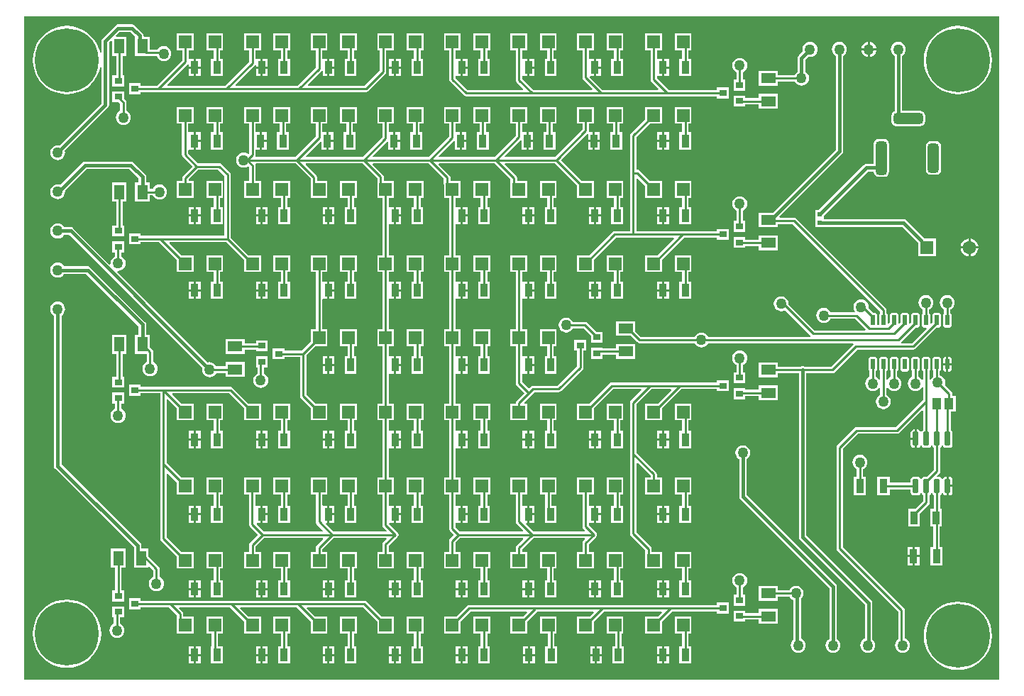
<source format=gtl>
G04*
G04 #@! TF.GenerationSoftware,Altium Limited,Altium Designer,20.1.12 (249)*
G04*
G04 Layer_Physical_Order=1*
G04 Layer_Color=255*
%FSLAX25Y25*%
%MOIN*%
G70*
G04*
G04 #@! TF.SameCoordinates,9558268F-E582-4542-BACD-EEF3D3045912*
G04*
G04*
G04 #@! TF.FilePolarity,Positive*
G04*
G01*
G75*
%ADD10C,0.01000*%
%ADD16C,0.05000*%
%ADD17R,0.01968X0.01870*%
%ADD18R,0.03378X0.06150*%
G04:AMPARAMS|DCode=19|XSize=25.59mil|YSize=64.96mil|CornerRadius=1.92mil|HoleSize=0mil|Usage=FLASHONLY|Rotation=0.000|XOffset=0mil|YOffset=0mil|HoleType=Round|Shape=RoundedRectangle|*
%AMROUNDEDRECTD19*
21,1,0.02559,0.06112,0,0,0.0*
21,1,0.02175,0.06496,0,0,0.0*
1,1,0.00384,0.01088,-0.03056*
1,1,0.00384,-0.01088,-0.03056*
1,1,0.00384,-0.01088,0.03056*
1,1,0.00384,0.01088,0.03056*
%
%ADD19ROUNDEDRECTD19*%
%ADD20R,0.04152X0.05339*%
%ADD21R,0.03740X0.06693*%
G04:AMPARAMS|DCode=22|XSize=21.65mil|YSize=49.21mil|CornerRadius=1.95mil|HoleSize=0mil|Usage=FLASHONLY|Rotation=0.000|XOffset=0mil|YOffset=0mil|HoleType=Round|Shape=RoundedRectangle|*
%AMROUNDEDRECTD22*
21,1,0.02165,0.04532,0,0,0.0*
21,1,0.01776,0.04921,0,0,0.0*
1,1,0.00390,0.00888,-0.02266*
1,1,0.00390,-0.00888,-0.02266*
1,1,0.00390,-0.00888,0.02266*
1,1,0.00390,0.00888,0.02266*
%
%ADD22ROUNDEDRECTD22*%
%ADD23R,0.03740X0.06693*%
%ADD24R,0.05906X0.05906*%
%ADD25R,0.03543X0.06102*%
%ADD26R,0.03543X0.03150*%
%ADD27R,0.04921X0.07087*%
%ADD28R,0.07087X0.04921*%
%ADD44C,0.01500*%
G04:AMPARAMS|DCode=45|XSize=157.48mil|YSize=51.18mil|CornerRadius=12.8mil|HoleSize=0mil|Usage=FLASHONLY|Rotation=270.000|XOffset=0mil|YOffset=0mil|HoleType=Round|Shape=RoundedRectangle|*
%AMROUNDEDRECTD45*
21,1,0.15748,0.02559,0,0,270.0*
21,1,0.13189,0.05118,0,0,270.0*
1,1,0.02559,-0.01280,-0.06594*
1,1,0.02559,-0.01280,0.06594*
1,1,0.02559,0.01280,0.06594*
1,1,0.02559,0.01280,-0.06594*
%
%ADD45ROUNDEDRECTD45*%
G04:AMPARAMS|DCode=46|XSize=137.8mil|YSize=51.18mil|CornerRadius=12.8mil|HoleSize=0mil|Usage=FLASHONLY|Rotation=270.000|XOffset=0mil|YOffset=0mil|HoleType=Round|Shape=RoundedRectangle|*
%AMROUNDEDRECTD46*
21,1,0.13780,0.02559,0,0,270.0*
21,1,0.11221,0.05118,0,0,270.0*
1,1,0.02559,-0.01280,-0.05610*
1,1,0.02559,-0.01280,0.05610*
1,1,0.02559,0.01280,0.05610*
1,1,0.02559,0.01280,-0.05610*
%
%ADD46ROUNDEDRECTD46*%
G04:AMPARAMS|DCode=47|XSize=137.8mil|YSize=51.18mil|CornerRadius=12.8mil|HoleSize=0mil|Usage=FLASHONLY|Rotation=0.000|XOffset=0mil|YOffset=0mil|HoleType=Round|Shape=RoundedRectangle|*
%AMROUNDEDRECTD47*
21,1,0.13780,0.02559,0,0,0.0*
21,1,0.11221,0.05118,0,0,0.0*
1,1,0.02559,0.05610,-0.01280*
1,1,0.02559,-0.05610,-0.01280*
1,1,0.02559,-0.05610,0.01280*
1,1,0.02559,0.05610,0.01280*
%
%ADD47ROUNDEDRECTD47*%
%ADD48C,0.06299*%
%ADD49R,0.06299X0.06299*%
%ADD50C,0.30000*%
G36*
X700000Y172000D02*
X242000D01*
X242000Y483500D01*
X700000Y483500D01*
X700000Y172000D01*
D02*
G37*
%LPC*%
G36*
X639167Y471464D02*
Y468500D01*
X642131D01*
X642077Y468914D01*
X641724Y469765D01*
X641163Y470496D01*
X640432Y471057D01*
X639580Y471410D01*
X639167Y471464D01*
D02*
G37*
G36*
X638167D02*
X637753Y471410D01*
X636902Y471057D01*
X636170Y470496D01*
X635609Y469765D01*
X635257Y468914D01*
X635202Y468500D01*
X638167D01*
Y471464D01*
D02*
G37*
G36*
X292500Y479784D02*
X286000D01*
X285317Y479648D01*
X284738Y479262D01*
X278738Y473262D01*
X278351Y472683D01*
X278216Y472000D01*
Y466137D01*
X277716Y466078D01*
X277264Y467960D01*
X276300Y470286D01*
X274984Y472434D01*
X273349Y474349D01*
X271434Y475984D01*
X269286Y477300D01*
X266960Y478264D01*
X264511Y478852D01*
X262000Y479049D01*
X259489Y478852D01*
X257040Y478264D01*
X254714Y477300D01*
X252566Y475984D01*
X250651Y474349D01*
X249016Y472434D01*
X247700Y470286D01*
X246736Y467960D01*
X246148Y465511D01*
X245951Y463000D01*
X246148Y460489D01*
X246736Y458040D01*
X247700Y455714D01*
X249016Y453566D01*
X250651Y451651D01*
X252566Y450016D01*
X254714Y448700D01*
X257040Y447736D01*
X259489Y447148D01*
X262000Y446950D01*
X264511Y447148D01*
X266960Y447736D01*
X269286Y448700D01*
X271434Y450016D01*
X273349Y451651D01*
X274984Y453566D01*
X276300Y455714D01*
X277264Y458040D01*
X277716Y459922D01*
X278216Y459863D01*
Y442608D01*
X258521Y422913D01*
X257631Y423030D01*
X256717Y422910D01*
X255866Y422557D01*
X255135Y421996D01*
X254574Y421265D01*
X254221Y420414D01*
X254101Y419500D01*
X254221Y418586D01*
X254574Y417735D01*
X255135Y417004D01*
X255866Y416443D01*
X256717Y416090D01*
X257631Y415970D01*
X258545Y416090D01*
X259396Y416443D01*
X260127Y417004D01*
X260688Y417735D01*
X261041Y418586D01*
X261161Y419500D01*
X261044Y420390D01*
X281262Y440607D01*
X281648Y441186D01*
X281784Y441869D01*
X281784Y441869D01*
Y471261D01*
X282664Y472141D01*
X283126Y471949D01*
Y464957D01*
X285057D01*
Y455815D01*
X283291D01*
Y450665D01*
X288835D01*
Y455815D01*
X288116D01*
Y464957D01*
X290047D01*
Y474043D01*
X285220D01*
X285029Y474505D01*
X286739Y476216D01*
X291761D01*
X293953Y474024D01*
Y464957D01*
X299226D01*
X299374Y464927D01*
X304156D01*
X304443Y464235D01*
X305004Y463504D01*
X305735Y462943D01*
X306586Y462590D01*
X307500Y462470D01*
X308414Y462590D01*
X309265Y462943D01*
X309996Y463504D01*
X310557Y464235D01*
X310910Y465086D01*
X311030Y466000D01*
X310910Y466914D01*
X310557Y467765D01*
X309996Y468496D01*
X309265Y469057D01*
X308414Y469410D01*
X307500Y469530D01*
X306586Y469410D01*
X305735Y469057D01*
X305004Y468496D01*
X304612Y467986D01*
X300874D01*
Y474043D01*
X298224D01*
X297898Y474386D01*
X297762Y475069D01*
X297375Y475648D01*
X297375Y475648D01*
X293762Y479262D01*
X293183Y479648D01*
X292500Y479784D01*
D02*
G37*
G36*
X642131Y467500D02*
X639167D01*
Y464536D01*
X639580Y464590D01*
X640432Y464943D01*
X641163Y465504D01*
X641724Y466235D01*
X642077Y467086D01*
X642131Y467500D01*
D02*
G37*
G36*
X638167D02*
X635202D01*
X635257Y467086D01*
X635609Y466235D01*
X636170Y465504D01*
X636902Y464943D01*
X637753Y464590D01*
X638167Y464536D01*
Y467500D01*
D02*
G37*
G36*
X611000Y471530D02*
X610086Y471410D01*
X609235Y471057D01*
X608504Y470496D01*
X607943Y469765D01*
X607590Y468914D01*
X607470Y468000D01*
X607590Y467086D01*
X607599Y467065D01*
X605738Y465205D01*
X605351Y464626D01*
X605216Y463943D01*
Y457543D01*
X604504Y456996D01*
X603943Y456265D01*
X603845Y456029D01*
X596043D01*
Y457874D01*
X586957D01*
Y450953D01*
X596043D01*
Y452971D01*
X603845D01*
X603943Y452735D01*
X604504Y452004D01*
X605235Y451443D01*
X606086Y451090D01*
X607000Y450970D01*
X607914Y451090D01*
X608765Y451443D01*
X609496Y452004D01*
X610057Y452735D01*
X610410Y453586D01*
X610530Y454500D01*
X610410Y455414D01*
X610057Y456265D01*
X609496Y456996D01*
X608784Y457543D01*
Y463204D01*
X610161Y464580D01*
X611000Y464470D01*
X611914Y464590D01*
X612765Y464943D01*
X613496Y465504D01*
X614057Y466235D01*
X614410Y467086D01*
X614530Y468000D01*
X614410Y468914D01*
X614057Y469765D01*
X613496Y470496D01*
X612765Y471057D01*
X611914Y471410D01*
X611000Y471530D01*
D02*
G37*
G36*
X542539Y463551D02*
Y460000D01*
X544811D01*
Y463551D01*
X542539D01*
D02*
G37*
G36*
X510539D02*
Y460000D01*
X512811D01*
Y463551D01*
X510539D01*
D02*
G37*
G36*
X479239D02*
Y460000D01*
X481511D01*
Y463551D01*
X479239D01*
D02*
G37*
G36*
X447939D02*
Y460000D01*
X450211D01*
Y463551D01*
X447939D01*
D02*
G37*
G36*
X418911D02*
X416639D01*
Y460000D01*
X418911D01*
Y463551D01*
D02*
G37*
G36*
X385339D02*
Y460000D01*
X387611D01*
Y463551D01*
X385339D01*
D02*
G37*
G36*
X354039D02*
Y460000D01*
X356311D01*
Y463551D01*
X354039D01*
D02*
G37*
G36*
X322539D02*
Y460000D01*
X324811D01*
Y463551D01*
X322539D01*
D02*
G37*
G36*
X415639D02*
X413367D01*
Y460000D01*
X415639D01*
Y463551D01*
D02*
G37*
G36*
X555342Y475452D02*
X547437D01*
Y467547D01*
X550943D01*
Y463551D01*
X549701D01*
Y455449D01*
X555244D01*
Y463551D01*
X554002D01*
Y467547D01*
X555342D01*
Y475452D01*
D02*
G37*
G36*
X544811Y459000D02*
X542539D01*
Y455449D01*
X544811D01*
Y459000D01*
D02*
G37*
G36*
X523343Y475452D02*
X515437D01*
Y467547D01*
X518943D01*
Y463551D01*
X517701D01*
Y455449D01*
X523244D01*
Y463551D01*
X522002D01*
Y467547D01*
X523343D01*
Y475452D01*
D02*
G37*
G36*
X512811Y459000D02*
X510539D01*
Y455449D01*
X512811D01*
Y459000D01*
D02*
G37*
G36*
X492042Y475452D02*
X484137D01*
Y467547D01*
X487643D01*
Y463551D01*
X486401D01*
Y455449D01*
X491944D01*
Y463551D01*
X490701D01*
Y467547D01*
X492042D01*
Y475452D01*
D02*
G37*
G36*
X481511Y459000D02*
X479239D01*
Y455449D01*
X481511D01*
Y459000D01*
D02*
G37*
G36*
X460742Y475452D02*
X452837D01*
Y467547D01*
X456343D01*
Y463551D01*
X455100D01*
Y455449D01*
X460644D01*
Y463551D01*
X459402D01*
Y467547D01*
X460742D01*
Y475452D01*
D02*
G37*
G36*
X450211Y459000D02*
X447939D01*
Y455449D01*
X450211D01*
Y459000D01*
D02*
G37*
G36*
X429442Y475452D02*
X421537D01*
Y467547D01*
X425043D01*
Y463551D01*
X423801D01*
Y455449D01*
X429344D01*
Y463551D01*
X428101D01*
Y467547D01*
X429442D01*
Y475452D01*
D02*
G37*
G36*
X418911Y459000D02*
X416639D01*
Y455449D01*
X418911D01*
Y459000D01*
D02*
G37*
G36*
X415639D02*
X413367D01*
Y455449D01*
X415639D01*
Y459000D01*
D02*
G37*
G36*
X398142Y475452D02*
X390237D01*
Y467547D01*
X393743D01*
Y463551D01*
X392500D01*
Y455449D01*
X398044D01*
Y463551D01*
X396801D01*
Y467547D01*
X398142D01*
Y475452D01*
D02*
G37*
G36*
X387611Y459000D02*
X385339D01*
Y455449D01*
X387611D01*
Y459000D01*
D02*
G37*
G36*
X415663Y475452D02*
X407757D01*
Y467547D01*
X408971D01*
Y458134D01*
X401866Y451029D01*
X375346D01*
X375154Y451491D01*
X381491Y457829D01*
X381567Y457942D01*
X382067Y457791D01*
Y455449D01*
X384339D01*
Y459500D01*
Y463551D01*
X382067Y463551D01*
X381939Y463998D01*
Y467547D01*
X384363D01*
Y475452D01*
X376457D01*
Y467547D01*
X378881D01*
Y459543D01*
X370367Y451029D01*
X341346D01*
X341154Y451491D01*
X350191Y460529D01*
X350267Y460642D01*
X350767Y460491D01*
Y460000D01*
X353039D01*
Y463551D01*
X350767Y463551D01*
X350639Y463998D01*
Y467547D01*
X353063D01*
Y475452D01*
X345157D01*
Y467547D01*
X347581D01*
Y462243D01*
X336367Y451029D01*
X309346D01*
X309154Y451491D01*
X318692Y461029D01*
X318768Y461143D01*
X319268Y460991D01*
Y460000D01*
X321539D01*
Y463551D01*
X319268Y463551D01*
X319140Y463998D01*
Y467547D01*
X321563D01*
Y475452D01*
X313657D01*
Y467547D01*
X316081D01*
Y462744D01*
X304366Y451029D01*
X296709D01*
Y452075D01*
X291165D01*
Y446925D01*
X296709D01*
Y447971D01*
X402500D01*
X403085Y448087D01*
X403581Y448419D01*
X411581Y456419D01*
X411913Y456915D01*
X412029Y457500D01*
Y467547D01*
X415663D01*
Y475452D01*
D02*
G37*
G36*
X366842D02*
X358937D01*
Y467547D01*
X362443D01*
Y463551D01*
X361200D01*
Y455449D01*
X366744D01*
Y463551D01*
X365501D01*
Y467547D01*
X366842D01*
Y475452D01*
D02*
G37*
G36*
X356311Y459000D02*
X354039D01*
Y455449D01*
X356311D01*
Y459000D01*
D02*
G37*
G36*
X353039D02*
X350767D01*
Y455449D01*
X353039D01*
Y459000D01*
D02*
G37*
G36*
X335343Y475452D02*
X327437D01*
Y467547D01*
X330943D01*
Y463551D01*
X329701D01*
Y455449D01*
X335244D01*
Y463551D01*
X334002D01*
Y467547D01*
X335343D01*
Y475452D01*
D02*
G37*
G36*
X324811Y459000D02*
X322539D01*
Y455449D01*
X324811D01*
Y459000D01*
D02*
G37*
G36*
X321539D02*
X319268D01*
Y455449D01*
X321539D01*
Y459000D01*
D02*
G37*
G36*
X541563Y475452D02*
X533658D01*
Y467547D01*
X536081D01*
Y453890D01*
X536197Y453304D01*
X536529Y452808D01*
X539846Y449491D01*
X539654Y449029D01*
X513633D01*
X507714Y454949D01*
X507921Y455449D01*
X509539D01*
Y459500D01*
Y463551D01*
X507268Y463551D01*
X507140Y463998D01*
Y467547D01*
X509563D01*
Y475452D01*
X501657D01*
Y467547D01*
X504081D01*
Y454890D01*
X504197Y454305D01*
X504529Y453808D01*
X508846Y449491D01*
X508654Y449029D01*
X481134D01*
X475839Y454324D01*
Y455002D01*
X475967Y455449D01*
X476339Y455449D01*
X478239D01*
Y459500D01*
Y463551D01*
X475967Y463551D01*
X475839Y463998D01*
Y467547D01*
X478263D01*
Y475452D01*
X470357D01*
Y467547D01*
X472781D01*
Y453690D01*
X472897Y453105D01*
X473229Y452609D01*
X476346Y449491D01*
X476154Y449029D01*
X450134D01*
X444529Y454634D01*
Y455006D01*
X444667Y455449D01*
X445029Y455449D01*
X446939D01*
Y459500D01*
Y463551D01*
X444667Y463551D01*
X444529Y463994D01*
Y467547D01*
X446963D01*
Y475452D01*
X439057D01*
Y467547D01*
X441471D01*
Y454000D01*
X441587Y453415D01*
X441919Y452919D01*
X448419Y446419D01*
X448915Y446087D01*
X449500Y445971D01*
X567291D01*
Y444925D01*
X572835D01*
Y450075D01*
X567291D01*
Y449029D01*
X544633D01*
X539140Y454523D01*
Y455002D01*
X539268Y455449D01*
X539640Y455449D01*
X541539D01*
Y459500D01*
Y463551D01*
X539268Y463551D01*
X539140Y463998D01*
Y467547D01*
X541563D01*
Y475452D01*
D02*
G37*
G36*
X578000Y464030D02*
X577086Y463910D01*
X576235Y463557D01*
X575504Y462996D01*
X574943Y462265D01*
X574590Y461414D01*
X574470Y460500D01*
X574590Y459586D01*
X574943Y458735D01*
X575504Y458004D01*
X576235Y457443D01*
X576471Y457345D01*
Y453815D01*
X575165D01*
Y448665D01*
X580709D01*
Y453815D01*
X579529D01*
Y457345D01*
X579765Y457443D01*
X580496Y458004D01*
X581057Y458735D01*
X581410Y459586D01*
X581530Y460500D01*
X581410Y461414D01*
X581057Y462265D01*
X580496Y462996D01*
X579765Y463557D01*
X578914Y463910D01*
X578000Y464030D01*
D02*
G37*
G36*
X680500Y479049D02*
X677989Y478852D01*
X675540Y478264D01*
X673214Y477300D01*
X671066Y475984D01*
X669151Y474349D01*
X667516Y472434D01*
X666200Y470286D01*
X665236Y467960D01*
X664648Y465511D01*
X664451Y463000D01*
X664648Y460489D01*
X665236Y458040D01*
X666200Y455714D01*
X667516Y453566D01*
X669151Y451651D01*
X671066Y450016D01*
X673214Y448700D01*
X675540Y447736D01*
X677989Y447148D01*
X680500Y446950D01*
X683011Y447148D01*
X685460Y447736D01*
X687786Y448700D01*
X689934Y450016D01*
X691849Y451651D01*
X693484Y453566D01*
X694800Y455714D01*
X695764Y458040D01*
X696352Y460489D01*
X696550Y463000D01*
X696352Y465511D01*
X695764Y467960D01*
X694800Y470286D01*
X693484Y472434D01*
X691849Y474349D01*
X689934Y475984D01*
X687786Y477300D01*
X685460Y478264D01*
X683011Y478852D01*
X680500Y479049D01*
D02*
G37*
G36*
X596043Y447047D02*
X586957D01*
Y445116D01*
X580709D01*
Y446335D01*
X575165D01*
Y441185D01*
X580709D01*
Y442057D01*
X586957D01*
Y440126D01*
X596043D01*
Y447047D01*
D02*
G37*
G36*
X288835Y448335D02*
X283291D01*
Y443185D01*
X286349D01*
X286971Y442563D01*
Y439155D01*
X286735Y439057D01*
X286004Y438496D01*
X285443Y437765D01*
X285090Y436914D01*
X284970Y436000D01*
X285090Y435086D01*
X285443Y434235D01*
X286004Y433504D01*
X286735Y432943D01*
X287586Y432590D01*
X288500Y432470D01*
X289414Y432590D01*
X290265Y432943D01*
X290996Y433504D01*
X291557Y434235D01*
X291910Y435086D01*
X292030Y436000D01*
X291910Y436914D01*
X291557Y437765D01*
X290996Y438496D01*
X290265Y439057D01*
X290029Y439155D01*
Y443197D01*
X289913Y443782D01*
X289581Y444278D01*
X288835Y445025D01*
Y448335D01*
D02*
G37*
G36*
X652500Y471530D02*
X651586Y471410D01*
X650735Y471057D01*
X650004Y470496D01*
X649443Y469765D01*
X649090Y468914D01*
X648970Y468000D01*
X649090Y467086D01*
X649443Y466235D01*
X650004Y465504D01*
X650716Y464958D01*
Y438936D01*
X650689Y438931D01*
X649935Y438427D01*
X649432Y437673D01*
X649255Y436784D01*
Y434224D01*
X649432Y433335D01*
X649935Y432581D01*
X650689Y432077D01*
X651579Y431900D01*
X662799D01*
X663689Y432077D01*
X664443Y432581D01*
X664947Y433335D01*
X665123Y434224D01*
Y436784D01*
X664947Y437673D01*
X664443Y438427D01*
X663689Y438931D01*
X662799Y439108D01*
X654284D01*
Y464958D01*
X654996Y465504D01*
X655557Y466235D01*
X655910Y467086D01*
X656030Y468000D01*
X655910Y468914D01*
X655557Y469765D01*
X654996Y470496D01*
X654265Y471057D01*
X653414Y471410D01*
X652500Y471530D01*
D02*
G37*
G36*
X544811Y429051D02*
X542539D01*
Y425500D01*
X544811D01*
Y429051D01*
D02*
G37*
G36*
X512311D02*
X510039D01*
Y425500D01*
X512311D01*
Y429051D01*
D02*
G37*
G36*
X481011D02*
X478739D01*
Y425500D01*
X481011D01*
Y429051D01*
D02*
G37*
G36*
X449711D02*
X447439D01*
Y425500D01*
X449711D01*
Y429051D01*
D02*
G37*
G36*
X418411D02*
X416139D01*
Y425500D01*
X418411D01*
Y429051D01*
D02*
G37*
G36*
X387111D02*
X384839D01*
Y425500D01*
X387111D01*
Y429051D01*
D02*
G37*
G36*
X355811D02*
X353539D01*
Y425500D01*
X355811D01*
Y429051D01*
D02*
G37*
G36*
X322539D02*
Y425500D01*
X324811D01*
Y429051D01*
X322539D01*
D02*
G37*
G36*
X541539D02*
X539268D01*
Y425500D01*
X541539D01*
Y429051D01*
D02*
G37*
G36*
X555342Y440952D02*
X547437D01*
Y433047D01*
X550943D01*
Y429051D01*
X549701D01*
Y420949D01*
X555244D01*
Y429051D01*
X554002D01*
Y433047D01*
X555342D01*
Y440952D01*
D02*
G37*
G36*
X544811Y424500D02*
X542539D01*
Y420949D01*
X544811D01*
Y424500D01*
D02*
G37*
G36*
X541539D02*
X539268D01*
Y420949D01*
X541539D01*
Y424500D01*
D02*
G37*
G36*
X523343Y440952D02*
X515437D01*
Y433047D01*
X518443D01*
Y429051D01*
X517201D01*
Y420949D01*
X522744D01*
Y429051D01*
X521501D01*
Y433047D01*
X523343D01*
Y440952D01*
D02*
G37*
G36*
X512311Y424500D02*
X510039D01*
Y420949D01*
X512311D01*
Y424500D01*
D02*
G37*
G36*
X509039D02*
X506767D01*
Y420949D01*
X509039D01*
Y424500D01*
D02*
G37*
G36*
X492042Y440952D02*
X484137D01*
Y433047D01*
X487143D01*
Y429051D01*
X485900D01*
Y420949D01*
X491444D01*
Y429051D01*
X490202D01*
Y433047D01*
X492042D01*
Y440952D01*
D02*
G37*
G36*
X481011Y424500D02*
X478739D01*
Y420949D01*
X481011D01*
Y424500D01*
D02*
G37*
G36*
X509563Y440952D02*
X501657D01*
Y433047D01*
X504080D01*
Y430467D01*
X491143Y417529D01*
X467846D01*
X467654Y417991D01*
X474967Y425305D01*
X475467Y425097D01*
Y420949D01*
X477739D01*
Y425000D01*
Y429051D01*
X475839D01*
Y433047D01*
X478263D01*
Y440952D01*
X470357D01*
Y433047D01*
X472781D01*
Y427443D01*
X462866Y417529D01*
X436846D01*
X436654Y417991D01*
X443667Y425004D01*
X444167Y424797D01*
Y420949D01*
X446439D01*
Y425000D01*
Y429051D01*
X444539D01*
Y433047D01*
X446963D01*
Y440952D01*
X439057D01*
Y433047D01*
X441480D01*
Y427143D01*
X431867Y417529D01*
X405846D01*
X405654Y417991D01*
X412367Y424705D01*
X412867Y424497D01*
Y420949D01*
X415139D01*
Y425000D01*
Y429051D01*
X413239D01*
Y433047D01*
X415663D01*
Y440952D01*
X407757D01*
Y433047D01*
X410181D01*
Y426843D01*
X400867Y417529D01*
X374346D01*
X374154Y417991D01*
X381067Y424904D01*
X381567Y424697D01*
Y420949D01*
X383839D01*
Y425000D01*
Y429051D01*
X381939D01*
Y433047D01*
X384363D01*
Y440952D01*
X376457D01*
Y433047D01*
X378881D01*
Y427043D01*
X369367Y417529D01*
X350722D01*
X350487Y417970D01*
X350523Y418025D01*
X350639Y418610D01*
Y420949D01*
X352539D01*
Y425000D01*
Y429051D01*
X350639D01*
Y433047D01*
X353063D01*
Y440952D01*
X345157D01*
Y433047D01*
X347581D01*
Y419243D01*
X347121Y418784D01*
X346765Y419057D01*
X345914Y419410D01*
X345000Y419530D01*
X344086Y419410D01*
X343235Y419057D01*
X342504Y418496D01*
X341943Y417765D01*
X341590Y416914D01*
X341470Y416000D01*
X341590Y415086D01*
X341943Y414235D01*
X342504Y413504D01*
X343235Y412943D01*
X344086Y412590D01*
X345000Y412470D01*
X345914Y412590D01*
X346765Y412943D01*
X347121Y413216D01*
X347581Y412757D01*
Y406119D01*
X345157D01*
Y398214D01*
X353063D01*
Y406119D01*
X350639D01*
Y413390D01*
X350523Y413975D01*
X350487Y414030D01*
X350722Y414471D01*
X369367D01*
X376428Y407409D01*
Y404619D01*
X376457Y404471D01*
Y398214D01*
X384363D01*
Y406119D01*
X379486D01*
Y408043D01*
X379370Y408628D01*
X379039Y409124D01*
X374154Y414009D01*
X374346Y414471D01*
X400867D01*
X407728Y407609D01*
Y404619D01*
X407757Y404471D01*
Y398214D01*
X410181D01*
Y371286D01*
X407757D01*
Y363380D01*
X410181D01*
Y336452D01*
X407757D01*
Y328547D01*
X410181D01*
Y301619D01*
X407757D01*
Y293714D01*
X410181D01*
Y266786D01*
X407757D01*
Y258880D01*
X410181D01*
Y244518D01*
X410297Y243932D01*
X410629Y243436D01*
X412073Y241991D01*
X411882Y241529D01*
X387089D01*
X383548Y245070D01*
X383739Y245532D01*
X384339D01*
Y249583D01*
Y253635D01*
X382067D01*
X381939Y254082D01*
Y258880D01*
X384363D01*
Y266786D01*
X376457D01*
Y258880D01*
X378881D01*
Y246045D01*
X378997Y245460D01*
X379328Y244964D01*
X382301Y241991D01*
X382110Y241529D01*
X354633D01*
X351131Y245032D01*
X351338Y245532D01*
X353039D01*
Y249583D01*
Y253635D01*
X351029D01*
X350767Y253635D01*
X350529Y254036D01*
Y258880D01*
X353063D01*
Y266786D01*
X345157D01*
Y258880D01*
X347471D01*
Y245000D01*
X347587Y244415D01*
X347919Y243919D01*
X351837Y240000D01*
X348028Y236191D01*
X347697Y235695D01*
X347581Y235110D01*
Y231952D01*
X345157D01*
Y224047D01*
X353063D01*
Y231952D01*
X350639D01*
Y234476D01*
X354633Y238471D01*
X382110D01*
X382301Y238009D01*
X379328Y235036D01*
X378997Y234540D01*
X378881Y233955D01*
Y231952D01*
X376457D01*
Y224047D01*
X384363D01*
Y231952D01*
X381939D01*
Y233321D01*
X387089Y238471D01*
X411882D01*
X412073Y238009D01*
X410629Y236564D01*
X410297Y236068D01*
X410181Y235482D01*
Y231952D01*
X407757D01*
Y224047D01*
X415663D01*
Y231952D01*
X413239D01*
Y234849D01*
X417309Y238919D01*
X417640Y239415D01*
X417757Y240000D01*
X417640Y240585D01*
X417309Y241081D01*
X413352Y245039D01*
X413527Y245532D01*
X413739Y245532D01*
X415639D01*
Y249583D01*
Y253635D01*
X413367Y253635D01*
X413239Y254082D01*
Y258880D01*
X415663D01*
Y266786D01*
X413239D01*
Y280169D01*
X413367Y280615D01*
X413739Y280615D01*
X415639D01*
Y284667D01*
Y288718D01*
X413367Y288718D01*
X413239Y289165D01*
Y293714D01*
X415663D01*
Y301619D01*
X413239D01*
Y315252D01*
X413367Y315699D01*
X413739Y315699D01*
X415639D01*
Y319750D01*
Y323801D01*
X413367Y323801D01*
X413239Y324248D01*
Y328547D01*
X415663D01*
Y336452D01*
X413239D01*
Y350335D01*
X413367Y350782D01*
X413739Y350782D01*
X415639D01*
Y354833D01*
Y358885D01*
X413367Y358885D01*
X413239Y359331D01*
Y363380D01*
X415663D01*
Y371286D01*
X413239D01*
Y385419D01*
X413367Y385865D01*
X413739Y385865D01*
X415639D01*
Y389917D01*
Y393968D01*
X413367Y393968D01*
X413239Y394415D01*
Y398214D01*
X415663D01*
Y406119D01*
X410786D01*
Y408243D01*
X410670Y408828D01*
X410339Y409324D01*
X405654Y414009D01*
X405846Y414471D01*
X431867D01*
X439028Y407309D01*
Y404619D01*
X439057Y404471D01*
Y398214D01*
X441480D01*
Y371286D01*
X439057D01*
Y363380D01*
X441480D01*
Y336452D01*
X439057D01*
Y328547D01*
X441480D01*
Y301619D01*
X439057D01*
Y293714D01*
X441480D01*
Y266786D01*
X439057D01*
Y258880D01*
X441480D01*
Y242990D01*
X441597Y242405D01*
X441928Y241909D01*
X443837Y240000D01*
X441928Y238091D01*
X441597Y237595D01*
X441480Y237010D01*
Y231952D01*
X439057D01*
Y224047D01*
X446963D01*
Y231952D01*
X444539D01*
Y236376D01*
X446633Y238471D01*
X476154D01*
X476346Y238009D01*
X473229Y234891D01*
X472897Y234395D01*
X472781Y233810D01*
Y231952D01*
X470357D01*
Y224047D01*
X478263D01*
Y231952D01*
X475839D01*
Y233176D01*
X481134Y238471D01*
X505154D01*
X505346Y238009D01*
X504529Y237191D01*
X504197Y236695D01*
X504080Y236110D01*
Y231952D01*
X501657D01*
Y224047D01*
X509563D01*
Y231952D01*
X507139D01*
Y235476D01*
X510581Y238919D01*
X510913Y239415D01*
X511029Y240000D01*
X510913Y240585D01*
X510581Y241081D01*
X507139Y244524D01*
Y245085D01*
X507267Y245532D01*
X507639Y245532D01*
X509539D01*
Y249583D01*
Y253635D01*
X507267Y253635D01*
X507139Y254082D01*
Y258880D01*
X509563D01*
Y266786D01*
X501657D01*
Y258880D01*
X504080D01*
Y243890D01*
X504197Y243305D01*
X504529Y242809D01*
X505346Y241991D01*
X505154Y241529D01*
X481134D01*
X477593Y245070D01*
X477784Y245532D01*
X478239D01*
Y249583D01*
Y253635D01*
X475967D01*
X475839Y254082D01*
Y258880D01*
X478263D01*
Y266786D01*
X470357D01*
Y258880D01*
X472781D01*
Y246190D01*
X472897Y245605D01*
X473229Y245109D01*
X476346Y241991D01*
X476154Y241529D01*
X446633D01*
X444539Y243624D01*
Y245085D01*
X444667Y245532D01*
X445039Y245532D01*
X446939D01*
Y249583D01*
Y253635D01*
X444667Y253635D01*
X444539Y254082D01*
Y258880D01*
X446963D01*
Y266786D01*
X444539D01*
Y280169D01*
X444667Y280615D01*
X445039Y280615D01*
X446939D01*
Y284667D01*
Y288718D01*
X444667Y288718D01*
X444539Y289165D01*
Y293714D01*
X446963D01*
Y301619D01*
X444539D01*
Y315252D01*
X444667Y315699D01*
X445039Y315699D01*
X446939D01*
Y319750D01*
Y323801D01*
X444667Y323801D01*
X444539Y324248D01*
Y328547D01*
X446963D01*
Y336452D01*
X444539D01*
Y350335D01*
X444667Y350782D01*
X445039Y350782D01*
X446939D01*
Y354833D01*
Y358885D01*
X444667Y358885D01*
X444539Y359331D01*
Y363380D01*
X446963D01*
Y371286D01*
X444539D01*
Y385419D01*
X444667Y385865D01*
X445039Y385865D01*
X446939D01*
Y389917D01*
Y393968D01*
X444667Y393968D01*
X444539Y394415D01*
Y398214D01*
X446963D01*
Y406119D01*
X442087D01*
Y407943D01*
X441970Y408528D01*
X441639Y409024D01*
X436654Y414009D01*
X436846Y414471D01*
X462866D01*
X470328Y407009D01*
Y404619D01*
X470357Y404471D01*
Y398214D01*
X478263D01*
Y406119D01*
X473386D01*
Y407643D01*
X473270Y408228D01*
X472939Y408724D01*
X467654Y414009D01*
X467846Y414471D01*
X491143D01*
X501657Y403956D01*
Y398214D01*
X509563D01*
Y406119D01*
X503820D01*
X493939Y416000D01*
X506267Y428328D01*
X506767Y428121D01*
Y425500D01*
X509039D01*
Y429051D01*
X507447D01*
X507083Y429551D01*
X507139Y429834D01*
Y433047D01*
X509563D01*
Y440952D01*
D02*
G37*
G36*
X460742Y440952D02*
X452837D01*
Y433047D01*
X455843D01*
Y429051D01*
X454600D01*
Y420949D01*
X460144D01*
Y429051D01*
X458902D01*
Y433047D01*
X460742D01*
Y440952D01*
D02*
G37*
G36*
X449711Y424500D02*
X447439D01*
Y420949D01*
X449711D01*
Y424500D01*
D02*
G37*
G36*
X429442Y440952D02*
X421537D01*
Y433047D01*
X424543D01*
Y429051D01*
X423301D01*
Y420949D01*
X428844D01*
Y429051D01*
X427601D01*
Y433047D01*
X429442D01*
Y440952D01*
D02*
G37*
G36*
X418411Y424500D02*
X416139D01*
Y420949D01*
X418411D01*
Y424500D01*
D02*
G37*
G36*
X398142Y440952D02*
X390237D01*
Y433047D01*
X393243D01*
Y429051D01*
X392001D01*
Y420949D01*
X397544D01*
Y429051D01*
X396302D01*
Y433047D01*
X398142D01*
Y440952D01*
D02*
G37*
G36*
X387111Y424500D02*
X384839D01*
Y420949D01*
X387111D01*
Y424500D01*
D02*
G37*
G36*
X366842Y440952D02*
X358937D01*
Y433047D01*
X361943D01*
Y429051D01*
X360700D01*
Y420949D01*
X366244D01*
Y429051D01*
X365002D01*
Y433047D01*
X366842D01*
Y440952D01*
D02*
G37*
G36*
X355811Y424500D02*
X353539D01*
Y420949D01*
X355811D01*
Y424500D01*
D02*
G37*
G36*
X335343Y440952D02*
X327437D01*
Y433047D01*
X330943D01*
Y429051D01*
X329701D01*
Y420949D01*
X335244D01*
Y429051D01*
X334002D01*
Y433047D01*
X335343D01*
Y440952D01*
D02*
G37*
G36*
X324811Y424500D02*
X322539D01*
Y420949D01*
X324811D01*
Y424500D01*
D02*
G37*
G36*
X645870Y425919D02*
X643311D01*
X642422Y425742D01*
X641668Y425238D01*
X641164Y424484D01*
X640987Y423595D01*
Y414190D01*
X637437D01*
X637437Y414190D01*
X636754Y414054D01*
X636175Y413667D01*
X614961Y392453D01*
X613516D01*
Y388917D01*
X613516Y388583D01*
X613516Y388083D01*
Y384547D01*
X617484D01*
Y384698D01*
X654279D01*
X661850Y377126D01*
Y370850D01*
X670150D01*
Y379150D01*
X664787D01*
X664612Y379411D01*
X656279Y387744D01*
X655700Y388131D01*
X655018Y388267D01*
X617853D01*
X617484Y388583D01*
X617484Y388917D01*
Y389929D01*
X638176Y410621D01*
X640987D01*
Y410405D01*
X641164Y409516D01*
X641668Y408762D01*
X642422Y408258D01*
X643311Y408081D01*
X645870D01*
X646760Y408258D01*
X647513Y408762D01*
X648017Y409516D01*
X648194Y410405D01*
Y423595D01*
X648017Y424484D01*
X647513Y425238D01*
X646760Y425742D01*
X645870Y425919D01*
D02*
G37*
G36*
X670280Y424934D02*
X667721D01*
X666831Y424757D01*
X666077Y424254D01*
X665573Y423500D01*
X665396Y422610D01*
Y411390D01*
X665573Y410500D01*
X666077Y409746D01*
X666831Y409242D01*
X667721Y409066D01*
X670280D01*
X671169Y409242D01*
X671923Y409746D01*
X672427Y410500D01*
X672604Y411390D01*
Y422610D01*
X672427Y423500D01*
X671923Y424254D01*
X671169Y424757D01*
X670280Y424934D01*
D02*
G37*
G36*
X541563Y440952D02*
X533658D01*
Y435210D01*
X526919Y428471D01*
X526587Y427975D01*
X526471Y427389D01*
Y410000D01*
Y382596D01*
X519344D01*
X518759Y382480D01*
X518263Y382148D01*
X507400Y371286D01*
X501657D01*
Y363380D01*
X509563D01*
Y369123D01*
X519978Y379538D01*
X546999D01*
X547190Y379076D01*
X539400Y371286D01*
X533658D01*
Y363380D01*
X541563D01*
Y369123D01*
X551978Y379538D01*
X567291D01*
Y378492D01*
X572835D01*
Y383642D01*
X567291D01*
Y382596D01*
X529529D01*
Y407431D01*
X529991Y407622D01*
X533658Y403956D01*
Y398214D01*
X541563D01*
Y406119D01*
X535820D01*
X530858Y411081D01*
X530362Y411413D01*
X529777Y411529D01*
X529529D01*
Y426756D01*
X535820Y433047D01*
X541563D01*
Y440952D01*
D02*
G37*
G36*
X292000Y415284D02*
X270500D01*
X269817Y415148D01*
X269238Y414762D01*
X269238Y414762D01*
X258875Y404398D01*
X258545Y404535D01*
X257631Y404655D01*
X256717Y404535D01*
X255866Y404182D01*
X255135Y403621D01*
X254574Y402890D01*
X254221Y402039D01*
X254101Y401125D01*
X254221Y400211D01*
X254574Y399360D01*
X255135Y398629D01*
X255866Y398068D01*
X256717Y397715D01*
X257631Y397595D01*
X258545Y397715D01*
X259396Y398068D01*
X260127Y398629D01*
X260688Y399360D01*
X261041Y400211D01*
X261161Y401125D01*
X261102Y401578D01*
X271239Y411716D01*
X291261D01*
X295629Y407347D01*
Y405543D01*
X293953D01*
Y396457D01*
X300874D01*
Y399471D01*
X302345D01*
X302443Y399235D01*
X303004Y398504D01*
X303735Y397943D01*
X304586Y397590D01*
X305500Y397470D01*
X306414Y397590D01*
X307265Y397943D01*
X307996Y398504D01*
X308557Y399235D01*
X308910Y400086D01*
X309030Y401000D01*
X308910Y401914D01*
X308557Y402765D01*
X307996Y403496D01*
X307265Y404057D01*
X306414Y404410D01*
X305500Y404530D01*
X304586Y404410D01*
X303735Y404057D01*
X303004Y403496D01*
X302443Y402765D01*
X302345Y402529D01*
X300874D01*
Y405543D01*
X299198D01*
Y408087D01*
X299198Y408087D01*
X299062Y408769D01*
X298675Y409348D01*
X293262Y414762D01*
X292683Y415148D01*
X292000Y415284D01*
D02*
G37*
G36*
X544811Y393968D02*
X542539D01*
Y390417D01*
X544811D01*
Y393968D01*
D02*
G37*
G36*
X512811D02*
X510539D01*
Y390417D01*
X512811D01*
Y393968D01*
D02*
G37*
G36*
X481511D02*
X479239D01*
Y390417D01*
X481511D01*
Y393968D01*
D02*
G37*
G36*
X356311D02*
X354039D01*
Y390417D01*
X356311D01*
Y393968D01*
D02*
G37*
G36*
X324811D02*
X322539D01*
Y390417D01*
X324811D01*
Y393968D01*
D02*
G37*
G36*
X509539D02*
X507268D01*
Y390417D01*
X509539D01*
Y393968D01*
D02*
G37*
G36*
X478239D02*
X475967D01*
Y390417D01*
X478239D01*
Y393968D01*
D02*
G37*
G36*
X353039D02*
X350767D01*
Y390417D01*
X353039D01*
Y393968D01*
D02*
G37*
G36*
X321539D02*
X319268D01*
Y390417D01*
X321539D01*
Y393968D01*
D02*
G37*
G36*
X541539D02*
X539268D01*
Y390417D01*
X541539D01*
Y393968D01*
D02*
G37*
G36*
X387611D02*
X385339D01*
Y390417D01*
X387611D01*
Y393968D01*
D02*
G37*
G36*
X384339D02*
X382067D01*
Y390417D01*
X384339D01*
Y393968D01*
D02*
G37*
G36*
X416639D02*
Y390417D01*
X418911D01*
Y393968D01*
X416639D01*
D02*
G37*
G36*
X447939D02*
Y390417D01*
X450211D01*
Y393968D01*
X447939D01*
D02*
G37*
G36*
X555342Y406119D02*
X547437D01*
Y398214D01*
X550943D01*
Y393968D01*
X549701D01*
Y385865D01*
X555244D01*
Y393968D01*
X554002D01*
Y398214D01*
X555342D01*
Y406119D01*
D02*
G37*
G36*
X544811Y389417D02*
X542539D01*
Y385865D01*
X544811D01*
Y389417D01*
D02*
G37*
G36*
X541539D02*
X539268D01*
Y385865D01*
X541539D01*
Y389417D01*
D02*
G37*
G36*
X523342Y406119D02*
X515437D01*
Y398214D01*
X518943D01*
Y393968D01*
X517701D01*
Y385865D01*
X523244D01*
Y393968D01*
X522002D01*
Y398214D01*
X523342D01*
Y406119D01*
D02*
G37*
G36*
X512811Y389417D02*
X510539D01*
Y385865D01*
X512811D01*
Y389417D01*
D02*
G37*
G36*
X509539D02*
X507268D01*
Y385865D01*
X509539D01*
Y389417D01*
D02*
G37*
G36*
X492042Y406119D02*
X484137D01*
Y398214D01*
X487643D01*
Y393968D01*
X486400D01*
Y385865D01*
X491944D01*
Y393968D01*
X490701D01*
Y398214D01*
X492042D01*
Y406119D01*
D02*
G37*
G36*
X481511Y389417D02*
X479239D01*
Y385865D01*
X481511D01*
Y389417D01*
D02*
G37*
G36*
X478239D02*
X475967D01*
Y385865D01*
X478239D01*
Y389417D01*
D02*
G37*
G36*
X460742Y406119D02*
X452837D01*
Y398214D01*
X456343D01*
Y393968D01*
X455100D01*
Y385865D01*
X460644D01*
Y393968D01*
X459402D01*
Y398214D01*
X460742D01*
Y406119D01*
D02*
G37*
G36*
X450211Y389417D02*
X447939D01*
Y385865D01*
X450211D01*
Y389417D01*
D02*
G37*
G36*
X429442Y406119D02*
X421537D01*
Y398214D01*
X425043D01*
Y393968D01*
X423801D01*
Y385865D01*
X429344D01*
Y393968D01*
X428101D01*
Y398214D01*
X429442D01*
Y406119D01*
D02*
G37*
G36*
X418911Y389417D02*
X416639D01*
Y385865D01*
X418911D01*
Y389417D01*
D02*
G37*
G36*
X398142Y406119D02*
X390237D01*
Y398214D01*
X393743D01*
Y393968D01*
X392500D01*
Y385865D01*
X398044D01*
Y393968D01*
X396801D01*
Y398214D01*
X398142D01*
Y406119D01*
D02*
G37*
G36*
X387611Y389417D02*
X385339D01*
Y385865D01*
X387611D01*
Y389417D01*
D02*
G37*
G36*
X384339D02*
X382067D01*
Y385865D01*
X384339D01*
Y389417D01*
D02*
G37*
G36*
X366842Y406119D02*
X358937D01*
Y398214D01*
X362443D01*
Y393968D01*
X361200D01*
Y385865D01*
X366744D01*
Y393968D01*
X365501D01*
Y398214D01*
X366842D01*
Y406119D01*
D02*
G37*
G36*
X356311Y389417D02*
X354039D01*
Y385865D01*
X356311D01*
Y389417D01*
D02*
G37*
G36*
X353039D02*
X350767D01*
Y385865D01*
X353039D01*
Y389417D01*
D02*
G37*
G36*
X335343Y406119D02*
X327437D01*
Y398214D01*
X330943D01*
Y393968D01*
X329701D01*
Y385865D01*
X335244D01*
Y393968D01*
X334002D01*
Y398214D01*
X335343D01*
Y406119D01*
D02*
G37*
G36*
X324811Y389417D02*
X322539D01*
Y385865D01*
X324811D01*
Y389417D01*
D02*
G37*
G36*
X321539D02*
X319268D01*
Y385865D01*
X321539D01*
Y389417D01*
D02*
G37*
G36*
X578000Y399030D02*
X577086Y398910D01*
X576235Y398557D01*
X575504Y397996D01*
X574943Y397265D01*
X574590Y396414D01*
X574470Y395500D01*
X574590Y394586D01*
X574943Y393735D01*
X575504Y393004D01*
X576235Y392443D01*
X576471Y392345D01*
Y387382D01*
X575165D01*
Y382232D01*
X580709D01*
Y387382D01*
X579529D01*
Y392345D01*
X579765Y392443D01*
X580496Y393004D01*
X581057Y393735D01*
X581410Y394586D01*
X581530Y395500D01*
X581410Y396414D01*
X581057Y397265D01*
X580496Y397996D01*
X579765Y398557D01*
X578914Y398910D01*
X578000Y399030D01*
D02*
G37*
G36*
X321563Y440952D02*
X313657D01*
Y433047D01*
X315971D01*
Y418500D01*
X316087Y417915D01*
X316419Y417419D01*
X320837Y413000D01*
X316529Y408692D01*
X316197Y408195D01*
X316081Y407610D01*
Y406119D01*
X313657D01*
Y398214D01*
X321563D01*
Y406119D01*
X319140D01*
Y406977D01*
X323634Y411471D01*
X332867D01*
X335913Y408424D01*
Y380529D01*
X296709D01*
Y381575D01*
X291165D01*
Y376425D01*
X296709D01*
Y377471D01*
X305310D01*
X313657Y369123D01*
Y363380D01*
X321563D01*
Y371286D01*
X315820D01*
X310097Y377009D01*
X310289Y377471D01*
X336809D01*
X345157Y369123D01*
Y363380D01*
X353063D01*
Y371286D01*
X347320D01*
X338972Y379633D01*
Y409057D01*
X338856Y409642D01*
X338524Y410139D01*
X334581Y414081D01*
X334085Y414413D01*
X333500Y414529D01*
X323634D01*
X319029Y419134D01*
Y420547D01*
X319268Y420949D01*
X319529Y420949D01*
X321539D01*
Y425000D01*
Y429051D01*
X319529D01*
X319268Y429051D01*
X319029Y429453D01*
Y433047D01*
X321563D01*
Y440952D01*
D02*
G37*
G36*
X290047Y405543D02*
X283126D01*
Y396457D01*
X285057D01*
Y385315D01*
X283291D01*
Y380165D01*
X288835D01*
Y385315D01*
X288116D01*
Y396457D01*
X290047D01*
Y405543D01*
D02*
G37*
G36*
X596043Y380547D02*
X586957D01*
Y378616D01*
X580709D01*
Y379902D01*
X575165D01*
Y374752D01*
X580709D01*
Y375557D01*
X586957D01*
Y373626D01*
X596043D01*
Y380547D01*
D02*
G37*
G36*
X686500Y379120D02*
Y375500D01*
X690120D01*
X690043Y376083D01*
X689625Y377093D01*
X688960Y377959D01*
X688093Y378625D01*
X687083Y379043D01*
X686500Y379120D01*
D02*
G37*
G36*
X685500D02*
X684917Y379043D01*
X683907Y378625D01*
X683041Y377959D01*
X682375Y377093D01*
X681957Y376083D01*
X681880Y375500D01*
X685500D01*
Y379120D01*
D02*
G37*
G36*
X690120Y374500D02*
X686500D01*
Y370880D01*
X687083Y370957D01*
X688093Y371375D01*
X688960Y372041D01*
X689625Y372907D01*
X690043Y373917D01*
X690120Y374500D01*
D02*
G37*
G36*
X685500D02*
X681880D01*
X681957Y373917D01*
X682375Y372907D01*
X683041Y372041D01*
X683907Y371375D01*
X684917Y370957D01*
X685500Y370880D01*
Y374500D01*
D02*
G37*
G36*
X257631Y386280D02*
X256717Y386160D01*
X255866Y385807D01*
X255135Y385246D01*
X254574Y384515D01*
X254221Y383664D01*
X254101Y382750D01*
X254221Y381836D01*
X254574Y380985D01*
X255135Y380254D01*
X255866Y379693D01*
X256717Y379340D01*
X257631Y379220D01*
X258545Y379340D01*
X259396Y379693D01*
X260127Y380254D01*
X260674Y380966D01*
X263030D01*
X325587Y318409D01*
X325470Y317519D01*
X325590Y316605D01*
X325943Y315754D01*
X326504Y315023D01*
X327235Y314462D01*
X328086Y314109D01*
X329000Y313989D01*
X329914Y314109D01*
X330765Y314462D01*
X331496Y315023D01*
X332057Y315754D01*
X332155Y315990D01*
X336457D01*
Y314126D01*
X345543D01*
Y321047D01*
X336457D01*
Y319048D01*
X332155D01*
X332057Y319284D01*
X331496Y320015D01*
X330765Y320576D01*
X329914Y320929D01*
X329000Y321049D01*
X328110Y320932D01*
X285513Y363530D01*
X285746Y364003D01*
X286000Y363970D01*
X286914Y364090D01*
X287765Y364443D01*
X288496Y365004D01*
X289057Y365735D01*
X289410Y366586D01*
X289530Y367500D01*
X289410Y368414D01*
X289057Y369265D01*
X288496Y369996D01*
X287765Y370557D01*
X287529Y370655D01*
Y372685D01*
X288835D01*
Y377835D01*
X283291D01*
Y372685D01*
X284471D01*
Y370655D01*
X284235Y370557D01*
X283504Y369996D01*
X282943Y369265D01*
X282590Y368414D01*
X282470Y367500D01*
X282503Y367246D01*
X282030Y367013D01*
X265031Y384012D01*
X264452Y384399D01*
X263769Y384534D01*
X260674D01*
X260127Y385246D01*
X259396Y385807D01*
X258545Y386160D01*
X257631Y386280D01*
D02*
G37*
G36*
X544811Y358885D02*
X542539D01*
Y355333D01*
X544811D01*
Y358885D01*
D02*
G37*
G36*
X512811D02*
X510539D01*
Y355333D01*
X512811D01*
Y358885D01*
D02*
G37*
G36*
X479239D02*
Y355333D01*
X481511D01*
Y358885D01*
X479239D01*
D02*
G37*
G36*
X447939D02*
Y355333D01*
X450211D01*
Y358885D01*
X447939D01*
D02*
G37*
G36*
X416639D02*
Y355333D01*
X418911D01*
Y358885D01*
X416639D01*
D02*
G37*
G36*
X385339D02*
Y355333D01*
X387611D01*
Y358885D01*
X385339D01*
D02*
G37*
G36*
X356311D02*
X354039D01*
Y355333D01*
X356311D01*
Y358885D01*
D02*
G37*
G36*
X324811D02*
X322539D01*
Y355333D01*
X324811D01*
Y358885D01*
D02*
G37*
G36*
X509539D02*
X507268D01*
Y355333D01*
X509539D01*
Y358885D01*
D02*
G37*
G36*
X353039D02*
X350767D01*
Y355333D01*
X353039D01*
Y358885D01*
D02*
G37*
G36*
X321539D02*
X319268D01*
Y355333D01*
X321539D01*
Y358885D01*
D02*
G37*
G36*
X541539D02*
X539268D01*
Y355333D01*
X541539D01*
Y358885D01*
D02*
G37*
G36*
X555342Y371286D02*
X547437D01*
Y363380D01*
X550943D01*
Y358885D01*
X549701D01*
Y350782D01*
X555244D01*
Y358885D01*
X554002D01*
Y363380D01*
X555342D01*
Y371286D01*
D02*
G37*
G36*
X544811Y354333D02*
X542539D01*
Y350782D01*
X544811D01*
Y354333D01*
D02*
G37*
G36*
X541539D02*
X539268D01*
Y350782D01*
X541539D01*
Y354333D01*
D02*
G37*
G36*
X523343Y371286D02*
X515437D01*
Y363380D01*
X518943D01*
Y358885D01*
X517701D01*
Y350782D01*
X523244D01*
Y358885D01*
X522002D01*
Y363380D01*
X523343D01*
Y371286D01*
D02*
G37*
G36*
X512811Y354333D02*
X510539D01*
Y350782D01*
X512811D01*
Y354333D01*
D02*
G37*
G36*
X509539D02*
X507268D01*
Y350782D01*
X509539D01*
Y354333D01*
D02*
G37*
G36*
X492042Y371286D02*
X484137D01*
Y363380D01*
X487643D01*
Y358885D01*
X486401D01*
Y350782D01*
X491944D01*
Y358885D01*
X490701D01*
Y363380D01*
X492042D01*
Y371286D01*
D02*
G37*
G36*
X481511Y354333D02*
X479239D01*
Y350782D01*
X481511D01*
Y354333D01*
D02*
G37*
G36*
X460742Y371286D02*
X452837D01*
Y363380D01*
X456343D01*
Y358885D01*
X455100D01*
Y350782D01*
X460644D01*
Y358885D01*
X459402D01*
Y363380D01*
X460742D01*
Y371286D01*
D02*
G37*
G36*
X450211Y354333D02*
X447939D01*
Y350782D01*
X450211D01*
Y354333D01*
D02*
G37*
G36*
X429442Y371286D02*
X421537D01*
Y363380D01*
X425043D01*
Y358885D01*
X423801D01*
Y350782D01*
X429344D01*
Y358885D01*
X428101D01*
Y363380D01*
X429442D01*
Y371286D01*
D02*
G37*
G36*
X418911Y354333D02*
X416639D01*
Y350782D01*
X418911D01*
Y354333D01*
D02*
G37*
G36*
X398142Y371286D02*
X390237D01*
Y363380D01*
X393743D01*
Y358885D01*
X392500D01*
Y350782D01*
X398044D01*
Y358885D01*
X396801D01*
Y363380D01*
X398142D01*
Y371286D01*
D02*
G37*
G36*
X387611Y354333D02*
X385339D01*
Y350782D01*
X387611D01*
Y354333D01*
D02*
G37*
G36*
X366842Y371286D02*
X358937D01*
Y363380D01*
X362443D01*
Y358885D01*
X361200D01*
Y350782D01*
X366744D01*
Y358885D01*
X365501D01*
Y363380D01*
X366842D01*
Y371286D01*
D02*
G37*
G36*
X356311Y354333D02*
X354039D01*
Y350782D01*
X356311D01*
Y354333D01*
D02*
G37*
G36*
X353039D02*
X350767D01*
Y350782D01*
X353039D01*
Y354333D01*
D02*
G37*
G36*
X335343Y371286D02*
X327437D01*
Y363380D01*
X330943D01*
Y358885D01*
X329701D01*
Y350782D01*
X335244D01*
Y358885D01*
X334002D01*
Y363380D01*
X335343D01*
Y371286D01*
D02*
G37*
G36*
X324811Y354333D02*
X322539D01*
Y350782D01*
X324811D01*
Y354333D01*
D02*
G37*
G36*
X321539D02*
X319268D01*
Y350782D01*
X321539D01*
Y354333D01*
D02*
G37*
G36*
X624833Y471530D02*
X623920Y471410D01*
X623068Y471057D01*
X622337Y470496D01*
X621776Y469765D01*
X621423Y468914D01*
X621303Y468000D01*
X621423Y467086D01*
X621776Y466235D01*
X622337Y465504D01*
X623049Y464958D01*
Y420903D01*
X593520Y391374D01*
X586957D01*
Y384453D01*
X596043D01*
Y385971D01*
X602867D01*
X643971Y344866D01*
Y344109D01*
X643751Y343962D01*
X643487Y343567D01*
X643394Y343100D01*
Y338569D01*
X643258Y338403D01*
X642742D01*
X642606Y338569D01*
Y343100D01*
X642513Y343567D01*
X642249Y343962D01*
X641854Y344226D01*
X641388Y344319D01*
X640584D01*
X638457Y346445D01*
X638530Y347000D01*
X638410Y347914D01*
X638057Y348765D01*
X637496Y349496D01*
X636765Y350057D01*
X635914Y350410D01*
X635000Y350530D01*
X634086Y350410D01*
X633235Y350057D01*
X632504Y349496D01*
X631943Y348765D01*
X631590Y347914D01*
X631470Y347000D01*
X631590Y346086D01*
X631943Y345235D01*
X632140Y344978D01*
X631919Y344529D01*
X620655D01*
X620557Y344765D01*
X619996Y345496D01*
X619265Y346057D01*
X618414Y346410D01*
X617500Y346530D01*
X616586Y346410D01*
X615735Y346057D01*
X615004Y345496D01*
X614443Y344765D01*
X614090Y343914D01*
X613970Y343000D01*
X614090Y342086D01*
X614443Y341235D01*
X615004Y340504D01*
X615735Y339943D01*
X616586Y339590D01*
X617500Y339470D01*
X618414Y339590D01*
X619265Y339943D01*
X619996Y340504D01*
X620557Y341235D01*
X620655Y341471D01*
X632151D01*
X637130Y336491D01*
X636939Y336029D01*
X613133D01*
X600987Y348175D01*
X601030Y348500D01*
X600910Y349414D01*
X600557Y350265D01*
X599996Y350996D01*
X599265Y351557D01*
X598414Y351910D01*
X597500Y352030D01*
X596586Y351910D01*
X595735Y351557D01*
X595004Y350996D01*
X594443Y350265D01*
X594090Y349414D01*
X593970Y348500D01*
X594090Y347586D01*
X594443Y346735D01*
X595004Y346004D01*
X595735Y345443D01*
X596586Y345090D01*
X597500Y344970D01*
X598414Y345090D01*
X599265Y345443D01*
X599338Y345499D01*
X611308Y333529D01*
X611171Y333092D01*
X611123Y333029D01*
X563155D01*
X563057Y333265D01*
X562496Y333996D01*
X561765Y334557D01*
X560914Y334910D01*
X560000Y335030D01*
X559086Y334910D01*
X558235Y334557D01*
X557504Y333996D01*
X556943Y333265D01*
X556845Y333029D01*
X531630D01*
X529043Y335616D01*
Y340374D01*
X519957D01*
Y333453D01*
X526880D01*
X529915Y330419D01*
X530411Y330087D01*
X530996Y329971D01*
X556845D01*
X556943Y329735D01*
X557504Y329004D01*
X558235Y328443D01*
X559086Y328090D01*
X560000Y327970D01*
X560914Y328090D01*
X561765Y328443D01*
X562496Y329004D01*
X563057Y329735D01*
X563155Y329971D01*
X631210D01*
X631257Y329908D01*
X631394Y329471D01*
X620866Y318943D01*
X608361D01*
X608183Y319062D01*
X607500Y319198D01*
X606817Y319062D01*
X606639Y318943D01*
X596043D01*
Y320874D01*
X586957D01*
Y313953D01*
X596043D01*
Y315884D01*
X605716D01*
Y239000D01*
X605852Y238317D01*
X606238Y237738D01*
X636716Y207261D01*
Y191187D01*
X636402Y191057D01*
X635670Y190496D01*
X635109Y189765D01*
X634757Y188914D01*
X634636Y188000D01*
X634757Y187086D01*
X635109Y186235D01*
X635670Y185504D01*
X636402Y184943D01*
X637253Y184590D01*
X638167Y184470D01*
X639080Y184590D01*
X639932Y184943D01*
X640663Y185504D01*
X641224Y186235D01*
X641577Y187086D01*
X641697Y188000D01*
X641577Y188914D01*
X641224Y189765D01*
X640663Y190496D01*
X640284Y190787D01*
Y208000D01*
X640148Y208683D01*
X639762Y209262D01*
X609284Y239739D01*
Y315884D01*
X621500D01*
X622085Y316000D01*
X622581Y316332D01*
X633220Y326971D01*
X659543D01*
X660129Y327087D01*
X660625Y327419D01*
X670557Y337351D01*
X671388D01*
X671854Y337443D01*
X672249Y337707D01*
X672513Y338103D01*
X672606Y338569D01*
Y343100D01*
X672513Y343567D01*
X672249Y343962D01*
X671854Y344226D01*
X671388Y344319D01*
X669612D01*
X669146Y344226D01*
X668751Y343962D01*
X668487Y343567D01*
X668394Y343100D01*
Y339515D01*
X668042Y339225D01*
X667606Y339411D01*
Y343100D01*
X667513Y343567D01*
X667249Y343962D01*
X667029Y344109D01*
Y345845D01*
X667265Y345943D01*
X667996Y346504D01*
X668557Y347235D01*
X668910Y348086D01*
X669030Y349000D01*
X668910Y349914D01*
X668557Y350765D01*
X667996Y351496D01*
X667265Y352057D01*
X666414Y352410D01*
X665500Y352530D01*
X664586Y352410D01*
X663735Y352057D01*
X663004Y351496D01*
X662443Y350765D01*
X662090Y349914D01*
X661970Y349000D01*
X662090Y348086D01*
X662443Y347235D01*
X663004Y346504D01*
X663735Y345943D01*
X663971Y345845D01*
Y344109D01*
X663751Y343962D01*
X663487Y343567D01*
X663394Y343100D01*
Y338569D01*
X663487Y338103D01*
X663751Y337707D01*
X664146Y337443D01*
X664612Y337351D01*
X665578D01*
X665769Y336889D01*
X658910Y330029D01*
X653920D01*
X653873Y330092D01*
X653736Y330529D01*
X660557Y337351D01*
X661388D01*
X661854Y337443D01*
X662249Y337707D01*
X662513Y338103D01*
X662606Y338569D01*
Y343100D01*
X662513Y343567D01*
X662249Y343962D01*
X661854Y344226D01*
X661388Y344319D01*
X659612D01*
X659146Y344226D01*
X658751Y343962D01*
X658487Y343567D01*
X658394Y343100D01*
Y339515D01*
X658042Y339225D01*
X657606Y339411D01*
Y343100D01*
X657513Y343567D01*
X657249Y343962D01*
X656854Y344226D01*
X656388Y344319D01*
X654612D01*
X654146Y344226D01*
X653751Y343962D01*
X653487Y343567D01*
X653394Y343100D01*
Y339515D01*
X653042Y339225D01*
X652606Y339411D01*
Y343100D01*
X652513Y343567D01*
X652249Y343962D01*
X651854Y344226D01*
X651388Y344319D01*
X649612D01*
X649146Y344226D01*
X648751Y343962D01*
X648487Y343567D01*
X648394Y343100D01*
Y339515D01*
X648042Y339225D01*
X647606Y339411D01*
Y343100D01*
X647513Y343567D01*
X647249Y343962D01*
X647029Y344109D01*
Y345500D01*
X646913Y346085D01*
X646581Y346581D01*
X604581Y388581D01*
X604085Y388913D01*
X603500Y389029D01*
X596875D01*
X596684Y389491D01*
X626095Y418902D01*
X626095Y418902D01*
X626482Y419481D01*
X626618Y420164D01*
X626618Y420164D01*
Y464958D01*
X627330Y465504D01*
X627891Y466235D01*
X628243Y467086D01*
X628364Y468000D01*
X628243Y468914D01*
X627891Y469765D01*
X627330Y470496D01*
X626598Y471057D01*
X625747Y471410D01*
X624833Y471530D01*
D02*
G37*
G36*
X675500Y352530D02*
X674586Y352410D01*
X673735Y352057D01*
X673004Y351496D01*
X672443Y350765D01*
X672090Y349914D01*
X671970Y349000D01*
X672090Y348086D01*
X672443Y347235D01*
X673004Y346504D01*
X673735Y345943D01*
X673971Y345845D01*
Y344109D01*
X673751Y343962D01*
X673487Y343567D01*
X673394Y343100D01*
Y338569D01*
X673487Y338103D01*
X673751Y337707D01*
X674146Y337443D01*
X674612Y337351D01*
X676388D01*
X676854Y337443D01*
X677249Y337707D01*
X677513Y338103D01*
X677606Y338569D01*
Y343100D01*
X677513Y343567D01*
X677249Y343962D01*
X677029Y344109D01*
Y345845D01*
X677265Y345943D01*
X677996Y346504D01*
X678557Y347235D01*
X678910Y348086D01*
X679030Y349000D01*
X678910Y349914D01*
X678557Y350765D01*
X677996Y351496D01*
X677265Y352057D01*
X676414Y352410D01*
X675500Y352530D01*
D02*
G37*
G36*
X496500Y342030D02*
X495586Y341910D01*
X494735Y341557D01*
X494004Y340996D01*
X493443Y340265D01*
X493090Y339414D01*
X492970Y338500D01*
X493090Y337586D01*
X493443Y336735D01*
X494004Y336004D01*
X494735Y335443D01*
X495586Y335090D01*
X496500Y334970D01*
X497414Y335090D01*
X498265Y335443D01*
X498996Y336004D01*
X499557Y336735D01*
X499655Y336971D01*
X504670D01*
X508165Y333475D01*
Y330165D01*
X513709D01*
Y335315D01*
X510651D01*
X506385Y339581D01*
X505888Y339913D01*
X505303Y340029D01*
X499655D01*
X499557Y340265D01*
X498996Y340996D01*
X498265Y341557D01*
X497414Y341910D01*
X496500Y342030D01*
D02*
G37*
G36*
X529043Y329547D02*
X519957D01*
Y327616D01*
X513709D01*
Y327835D01*
X508165D01*
Y322685D01*
X513709D01*
Y324557D01*
X519957D01*
Y322626D01*
X529043D01*
Y329547D01*
D02*
G37*
G36*
X384363Y371286D02*
X376457D01*
Y363380D01*
X378881D01*
Y336452D01*
X376457D01*
Y330710D01*
X372277Y326529D01*
X364153D01*
Y327575D01*
X358610D01*
Y322425D01*
X364153D01*
Y323471D01*
X371381D01*
Y305166D01*
X371497Y304581D01*
X371829Y304085D01*
X376457Y299456D01*
Y293714D01*
X384363D01*
Y301619D01*
X378620D01*
X374440Y305800D01*
Y324366D01*
X378620Y328547D01*
X384363D01*
Y336452D01*
X381939D01*
Y350335D01*
X382067Y350782D01*
X382439Y350782D01*
X384339D01*
Y354833D01*
Y358885D01*
X382067Y358885D01*
X381939Y359331D01*
Y363380D01*
X384363D01*
Y371286D01*
D02*
G37*
G36*
X345543Y331874D02*
X336457D01*
Y324953D01*
X345543D01*
Y326884D01*
X350736D01*
Y326165D01*
X356279D01*
Y331315D01*
X350736D01*
Y329943D01*
X345543D01*
Y331874D01*
D02*
G37*
G36*
X676388Y323649D02*
X676000D01*
Y320665D01*
X677606D01*
Y322431D01*
X677513Y322897D01*
X677249Y323293D01*
X676854Y323557D01*
X676388Y323649D01*
D02*
G37*
G36*
X675000D02*
X674612D01*
X674146Y323557D01*
X673751Y323293D01*
X673487Y322897D01*
X673394Y322431D01*
Y320665D01*
X675000D01*
Y323649D01*
D02*
G37*
G36*
X479239Y323801D02*
Y320250D01*
X481511D01*
Y323801D01*
X479239D01*
D02*
G37*
G36*
X447939D02*
Y320250D01*
X450211D01*
Y323801D01*
X447939D01*
D02*
G37*
G36*
X416639D02*
Y320250D01*
X418911D01*
Y323801D01*
X416639D01*
D02*
G37*
G36*
X387611D02*
X385339D01*
Y320250D01*
X387611D01*
Y323801D01*
D02*
G37*
G36*
X384339D02*
X382067D01*
Y320250D01*
X384339D01*
Y323801D01*
D02*
G37*
G36*
X677606Y319665D02*
X676000D01*
Y316681D01*
X676388D01*
X676854Y316774D01*
X677249Y317038D01*
X677513Y317433D01*
X677606Y317900D01*
Y319665D01*
D02*
G37*
G36*
X675000D02*
X673394D01*
Y317900D01*
X673487Y317433D01*
X673751Y317038D01*
X674146Y316774D01*
X674612Y316681D01*
X675000D01*
Y319665D01*
D02*
G37*
G36*
X656388Y323649D02*
X654612D01*
X654146Y323557D01*
X653751Y323293D01*
X653487Y322897D01*
X653394Y322431D01*
Y317900D01*
X653487Y317433D01*
X653751Y317038D01*
X654146Y316774D01*
X654612Y316681D01*
X656388D01*
X656854Y316774D01*
X657249Y317038D01*
X657513Y317433D01*
X657606Y317900D01*
Y322431D01*
X657513Y322897D01*
X657249Y323293D01*
X656854Y323557D01*
X656388Y323649D01*
D02*
G37*
G36*
X492042Y336452D02*
X484137D01*
Y328547D01*
X487643D01*
Y323801D01*
X486401D01*
Y315699D01*
X491944D01*
Y323801D01*
X490701D01*
Y328547D01*
X492042D01*
Y336452D01*
D02*
G37*
G36*
X481511Y319250D02*
X479239D01*
Y315699D01*
X481511D01*
Y319250D01*
D02*
G37*
G36*
X460742Y336452D02*
X452837D01*
Y328547D01*
X456343D01*
Y323801D01*
X455100D01*
Y315699D01*
X460644D01*
Y323801D01*
X459402D01*
Y328547D01*
X460742D01*
Y336452D01*
D02*
G37*
G36*
X450211Y319250D02*
X447939D01*
Y315699D01*
X450211D01*
Y319250D01*
D02*
G37*
G36*
X429442Y336452D02*
X421537D01*
Y328547D01*
X425043D01*
Y323801D01*
X423801D01*
Y315699D01*
X429344D01*
Y323801D01*
X428101D01*
Y328547D01*
X429442D01*
Y336452D01*
D02*
G37*
G36*
X418911Y319250D02*
X416639D01*
Y315699D01*
X418911D01*
Y319250D01*
D02*
G37*
G36*
X398142Y336452D02*
X390237D01*
Y328547D01*
X393743D01*
Y323801D01*
X392500D01*
Y315699D01*
X398044D01*
Y323801D01*
X396801D01*
Y328547D01*
X398142D01*
Y336452D01*
D02*
G37*
G36*
X387611Y319250D02*
X385339D01*
Y315699D01*
X387611D01*
Y319250D01*
D02*
G37*
G36*
X384339D02*
X382067D01*
Y315699D01*
X384339D01*
Y319250D01*
D02*
G37*
G36*
X257631Y367905D02*
X256717Y367785D01*
X255866Y367432D01*
X255135Y366871D01*
X254574Y366140D01*
X254221Y365289D01*
X254101Y364375D01*
X254221Y363461D01*
X254574Y362610D01*
X255135Y361879D01*
X255866Y361318D01*
X256717Y360965D01*
X257631Y360845D01*
X258545Y360965D01*
X259396Y361318D01*
X260127Y361879D01*
X260674Y362591D01*
X271017D01*
X295629Y337979D01*
Y334043D01*
X293953D01*
Y324957D01*
X299471D01*
Y321155D01*
X299235Y321057D01*
X298504Y320496D01*
X297943Y319765D01*
X297590Y318914D01*
X297470Y318000D01*
X297590Y317086D01*
X297943Y316235D01*
X298504Y315504D01*
X299235Y314943D01*
X300086Y314590D01*
X301000Y314470D01*
X301914Y314590D01*
X302765Y314943D01*
X303496Y315504D01*
X304057Y316235D01*
X304410Y317086D01*
X304530Y318000D01*
X304410Y318914D01*
X304057Y319765D01*
X303496Y320496D01*
X302765Y321057D01*
X302529Y321155D01*
Y325913D01*
X302413Y326499D01*
X302081Y326995D01*
X300874Y328202D01*
Y334043D01*
X299198D01*
Y338718D01*
X299062Y339401D01*
X298675Y339979D01*
X273018Y365637D01*
X272439Y366023D01*
X271756Y366159D01*
X260674D01*
X260127Y366871D01*
X259396Y367432D01*
X258545Y367785D01*
X257631Y367905D01*
D02*
G37*
G36*
X651388Y323649D02*
X649612D01*
X649146Y323557D01*
X648751Y323293D01*
X648487Y322897D01*
X648394Y322431D01*
Y317900D01*
X648487Y317433D01*
X648751Y317038D01*
X648971Y316891D01*
Y314155D01*
X648735Y314057D01*
X648004Y313496D01*
X647529Y312878D01*
X647029Y313007D01*
Y316891D01*
X647249Y317038D01*
X647513Y317433D01*
X647606Y317900D01*
Y322431D01*
X647513Y322897D01*
X647249Y323293D01*
X646854Y323557D01*
X646388Y323649D01*
X644612D01*
X644146Y323557D01*
X643751Y323293D01*
X643487Y322897D01*
X643394Y322431D01*
Y317900D01*
X643487Y317433D01*
X643751Y317038D01*
X643971Y316891D01*
Y313007D01*
X643471Y312878D01*
X642996Y313496D01*
X642265Y314057D01*
X642029Y314155D01*
Y316891D01*
X642249Y317038D01*
X642513Y317433D01*
X642606Y317900D01*
Y322431D01*
X642513Y322897D01*
X642249Y323293D01*
X641854Y323557D01*
X641388Y323649D01*
X639612D01*
X639146Y323557D01*
X638751Y323293D01*
X638487Y322897D01*
X638394Y322431D01*
Y317900D01*
X638487Y317433D01*
X638751Y317038D01*
X638971Y316891D01*
Y314155D01*
X638735Y314057D01*
X638004Y313496D01*
X637443Y312765D01*
X637090Y311914D01*
X636970Y311000D01*
X637090Y310086D01*
X637443Y309235D01*
X638004Y308504D01*
X638735Y307943D01*
X639586Y307590D01*
X640500Y307470D01*
X641414Y307590D01*
X642265Y307943D01*
X642996Y308504D01*
X643471Y309122D01*
X643971Y308993D01*
Y305655D01*
X643735Y305557D01*
X643004Y304996D01*
X642443Y304265D01*
X642090Y303414D01*
X641970Y302500D01*
X642090Y301586D01*
X642443Y300735D01*
X643004Y300004D01*
X643735Y299443D01*
X644586Y299090D01*
X645500Y298970D01*
X646414Y299090D01*
X647265Y299443D01*
X647996Y300004D01*
X648557Y300735D01*
X648910Y301586D01*
X649030Y302500D01*
X648910Y303414D01*
X648557Y304265D01*
X647996Y304996D01*
X647265Y305557D01*
X647029Y305655D01*
Y308993D01*
X647529Y309122D01*
X648004Y308504D01*
X648735Y307943D01*
X649586Y307590D01*
X650500Y307470D01*
X651414Y307590D01*
X652265Y307943D01*
X652996Y308504D01*
X653557Y309235D01*
X653910Y310086D01*
X654030Y311000D01*
X653910Y311914D01*
X653557Y312765D01*
X652996Y313496D01*
X652265Y314057D01*
X652029Y314155D01*
Y316891D01*
X652249Y317038D01*
X652513Y317433D01*
X652606Y317900D01*
Y322431D01*
X652513Y322897D01*
X652249Y323293D01*
X651854Y323557D01*
X651388Y323649D01*
D02*
G37*
G36*
X671388D02*
X669612D01*
X669146Y323557D01*
X668751Y323293D01*
X668487Y322897D01*
X668394Y322431D01*
Y317900D01*
X668487Y317433D01*
X668751Y317038D01*
X668931Y316918D01*
Y314324D01*
X668504Y313996D01*
X667943Y313265D01*
X667590Y312414D01*
X667115Y312514D01*
Y316948D01*
X667249Y317038D01*
X667513Y317433D01*
X667606Y317900D01*
Y322431D01*
X667513Y322897D01*
X667249Y323293D01*
X666854Y323557D01*
X666388Y323649D01*
X664612D01*
X664146Y323557D01*
X663751Y323293D01*
X663487Y322897D01*
X663394Y322431D01*
Y317900D01*
X663487Y317433D01*
X663751Y317038D01*
X664056Y316834D01*
Y312868D01*
X663557Y312765D01*
X662996Y313496D01*
X662265Y314057D01*
X661989Y314172D01*
Y316864D01*
X662249Y317038D01*
X662513Y317433D01*
X662606Y317900D01*
Y322431D01*
X662513Y322897D01*
X662249Y323293D01*
X661854Y323557D01*
X661388Y323649D01*
X659612D01*
X659146Y323557D01*
X658751Y323293D01*
X658487Y322897D01*
X658394Y322431D01*
Y317900D01*
X658487Y317433D01*
X658751Y317038D01*
X658931Y316918D01*
Y314138D01*
X658735Y314057D01*
X658004Y313496D01*
X657443Y312765D01*
X657090Y311914D01*
X656970Y311000D01*
X657090Y310086D01*
X657443Y309235D01*
X658004Y308504D01*
X658735Y307943D01*
X659586Y307590D01*
X660500Y307470D01*
X661414Y307590D01*
X662265Y307943D01*
X662996Y308504D01*
X663557Y309235D01*
X664056Y309132D01*
Y303277D01*
X651308Y290529D01*
X633000D01*
X632415Y290413D01*
X631919Y290081D01*
X623919Y282081D01*
X623587Y281585D01*
X623471Y281000D01*
Y233500D01*
X623587Y232915D01*
X623919Y232419D01*
X652471Y203867D01*
Y190854D01*
X652004Y190496D01*
X651443Y189765D01*
X651090Y188914D01*
X650970Y188000D01*
X651090Y187086D01*
X651443Y186235D01*
X652004Y185504D01*
X652735Y184943D01*
X653586Y184590D01*
X654500Y184470D01*
X655414Y184590D01*
X656265Y184943D01*
X656996Y185504D01*
X657557Y186235D01*
X657910Y187086D01*
X658030Y188000D01*
X657910Y188914D01*
X657557Y189765D01*
X656996Y190496D01*
X656265Y191057D01*
X655529Y191362D01*
Y204500D01*
X655413Y205085D01*
X655081Y205581D01*
X626529Y234134D01*
Y280366D01*
X633634Y287471D01*
X651942D01*
X652527Y287587D01*
X653023Y287919D01*
X663594Y298489D01*
X664056Y298298D01*
Y289260D01*
X663724Y289037D01*
X663460Y288643D01*
X663425Y288469D01*
X662916D01*
X662881Y288643D01*
X662617Y289037D01*
X662223Y289301D01*
X661758Y289393D01*
X661171D01*
Y285122D01*
Y280851D01*
X661758D01*
X662223Y280943D01*
X662617Y281207D01*
X662881Y281601D01*
X662916Y281775D01*
X663425D01*
X663460Y281601D01*
X663724Y281207D01*
X664118Y280943D01*
X664583Y280851D01*
X666758D01*
X667223Y280943D01*
X667618Y281207D01*
X667881Y281601D01*
X667916Y281775D01*
X668426D01*
X668460Y281601D01*
X668724Y281207D01*
X669118Y280943D01*
X669141Y280939D01*
Y270480D01*
X665811Y267149D01*
X664583D01*
X664118Y267057D01*
X663724Y266793D01*
X663460Y266399D01*
X663425Y266225D01*
X662916D01*
X662881Y266399D01*
X662617Y266793D01*
X662223Y267057D01*
X661758Y267149D01*
X659583D01*
X659118Y267057D01*
X658724Y266793D01*
X658460Y266399D01*
X658368Y265934D01*
Y264407D01*
X648382D01*
Y267347D01*
X642642D01*
Y258653D01*
X648382D01*
Y261349D01*
X658368D01*
Y259822D01*
X658460Y259357D01*
X658724Y258962D01*
X659118Y258699D01*
X659583Y258607D01*
X661758D01*
X662223Y258699D01*
X662617Y258962D01*
X662881Y259357D01*
X662916Y259531D01*
X663425D01*
X663460Y259357D01*
X663724Y258962D01*
X664118Y258699D01*
X664141Y258695D01*
Y255822D01*
X660394Y252075D01*
X657178D01*
Y243925D01*
X662557D01*
Y249912D01*
X666752Y254107D01*
X667084Y254603D01*
X667200Y255189D01*
Y258695D01*
X667223Y258699D01*
X667618Y258962D01*
X667881Y259357D01*
X667916Y259531D01*
X668426D01*
X668460Y259357D01*
X668724Y258962D01*
X669118Y258699D01*
X669141Y258695D01*
Y252075D01*
X667627D01*
Y243925D01*
X668971D01*
Y234347D01*
X667630D01*
Y225654D01*
X673370D01*
Y234347D01*
X672029D01*
Y243925D01*
X673006D01*
Y252075D01*
X672200D01*
Y258695D01*
X672223Y258699D01*
X672617Y258962D01*
X672881Y259357D01*
X672916Y259531D01*
X673425D01*
X673460Y259357D01*
X673724Y258962D01*
X674118Y258699D01*
X674583Y258607D01*
X675171D01*
Y262878D01*
Y267149D01*
X674583D01*
X674118Y267057D01*
X673724Y266793D01*
X673460Y266399D01*
X673425Y266225D01*
X672916D01*
X672881Y266399D01*
X672617Y266793D01*
X672223Y267057D01*
X671758Y267149D01*
X670790D01*
X670598Y267611D01*
X671752Y268765D01*
X672084Y269261D01*
X672200Y269847D01*
Y280939D01*
X672223Y280943D01*
X672617Y281207D01*
X672881Y281601D01*
X672916Y281775D01*
X673425D01*
X673460Y281601D01*
X673724Y281207D01*
X674118Y280943D01*
X674583Y280851D01*
X676758D01*
X677223Y280943D01*
X677618Y281207D01*
X677881Y281601D01*
X677974Y282066D01*
Y288178D01*
X677881Y288643D01*
X677618Y289037D01*
X677223Y289301D01*
X677200Y289305D01*
Y297830D01*
X679433D01*
Y305170D01*
X677887D01*
Y306143D01*
X677770Y306728D01*
X677439Y307224D01*
X674312Y310351D01*
X674410Y310586D01*
X674530Y311500D01*
X674410Y312414D01*
X674057Y313265D01*
X673496Y313996D01*
X672765Y314557D01*
X671989Y314879D01*
Y316864D01*
X672249Y317038D01*
X672513Y317433D01*
X672606Y317900D01*
Y322431D01*
X672513Y322897D01*
X672249Y323293D01*
X671854Y323557D01*
X671388Y323649D01*
D02*
G37*
G36*
X578000Y326530D02*
X577086Y326410D01*
X576235Y326057D01*
X575504Y325496D01*
X574943Y324765D01*
X574590Y323914D01*
X574470Y323000D01*
X574590Y322086D01*
X574943Y321235D01*
X575504Y320504D01*
X576235Y319943D01*
X576471Y319845D01*
Y316315D01*
X575165D01*
Y311165D01*
X580709D01*
Y316315D01*
X579529D01*
Y319845D01*
X579765Y319943D01*
X580496Y320504D01*
X581057Y321235D01*
X581410Y322086D01*
X581530Y323000D01*
X581410Y323914D01*
X581057Y324765D01*
X580496Y325496D01*
X579765Y326057D01*
X578914Y326410D01*
X578000Y326530D01*
D02*
G37*
G36*
X290047Y334043D02*
X283126D01*
Y324957D01*
X285057D01*
Y314248D01*
X283291D01*
Y309098D01*
X288835D01*
Y314248D01*
X288116D01*
Y324957D01*
X290047D01*
Y334043D01*
D02*
G37*
G36*
X356279Y323835D02*
X350736D01*
Y318685D01*
X351471D01*
Y315655D01*
X351235Y315557D01*
X350504Y314996D01*
X349943Y314265D01*
X349590Y313414D01*
X349470Y312500D01*
X349590Y311586D01*
X349943Y310735D01*
X350504Y310004D01*
X351235Y309443D01*
X352086Y309090D01*
X353000Y308970D01*
X353914Y309090D01*
X354765Y309443D01*
X355496Y310004D01*
X356057Y310735D01*
X356410Y311586D01*
X356530Y312500D01*
X356410Y313414D01*
X356057Y314265D01*
X355496Y314996D01*
X354765Y315557D01*
X354529Y315655D01*
Y318685D01*
X356279D01*
Y323835D01*
D02*
G37*
G36*
X596043Y310047D02*
X586957D01*
Y308116D01*
X580709D01*
Y308835D01*
X575165D01*
Y303685D01*
X580709D01*
Y305057D01*
X586957D01*
Y303126D01*
X596043D01*
Y310047D01*
D02*
G37*
G36*
X572835Y312575D02*
X567291D01*
Y311529D01*
X517944D01*
X517358Y311413D01*
X516862Y311081D01*
X507400Y301619D01*
X501657D01*
Y293714D01*
X509563D01*
Y299456D01*
X518577Y308471D01*
X531654D01*
X531846Y308009D01*
X526919Y303081D01*
X526587Y302585D01*
X526471Y302000D01*
Y278000D01*
Y240500D01*
X526587Y239915D01*
X526919Y239419D01*
X533628Y232709D01*
Y230452D01*
X533658Y230305D01*
Y224047D01*
X541563D01*
Y231952D01*
X536687D01*
Y233343D01*
X536570Y233928D01*
X536239Y234424D01*
X529529Y241133D01*
Y273654D01*
X529991Y273846D01*
X536081Y267756D01*
Y266786D01*
X533658D01*
Y258880D01*
X541563D01*
Y266786D01*
X539140D01*
Y268390D01*
X539023Y268975D01*
X538692Y269471D01*
X529529Y278633D01*
Y301366D01*
X536633Y308471D01*
X545598D01*
X545790Y308009D01*
X539400Y301619D01*
X533658D01*
Y293714D01*
X541563D01*
Y299456D01*
X550577Y308471D01*
X567291D01*
Y307425D01*
X572835D01*
Y312575D01*
D02*
G37*
G36*
X478263Y371286D02*
X470357D01*
Y363380D01*
X472781D01*
Y336452D01*
X470357D01*
Y328547D01*
X472781D01*
Y311190D01*
X472897Y310605D01*
X473229Y310109D01*
X476837Y306500D01*
X473229Y302891D01*
X472897Y302395D01*
X472781Y301810D01*
Y301619D01*
X470357D01*
Y293714D01*
X478263D01*
Y301619D01*
X476935D01*
X476744Y302081D01*
X480081Y305419D01*
X480082Y305419D01*
X481634Y306971D01*
X493000D01*
X493585Y307087D01*
X494081Y307419D01*
X504144Y317482D01*
X504476Y317978D01*
X504592Y318563D01*
Y326425D01*
X505835D01*
Y331575D01*
X500291D01*
Y326425D01*
X501534D01*
Y319197D01*
X492367Y310029D01*
X481000D01*
X480415Y309913D01*
X479919Y309581D01*
X479000Y308663D01*
X475839Y311824D01*
Y315252D01*
X475967Y315699D01*
X476339Y315699D01*
X478239D01*
Y319750D01*
Y323801D01*
X475967Y323801D01*
X475839Y324248D01*
Y328547D01*
X478263D01*
Y336452D01*
X475839D01*
Y350335D01*
X475967Y350782D01*
X476339Y350782D01*
X478239D01*
Y354833D01*
Y358885D01*
X475967Y358885D01*
X475839Y359331D01*
Y363380D01*
X478263D01*
Y371286D01*
D02*
G37*
G36*
X296709Y310508D02*
X291165D01*
Y305358D01*
X296709D01*
Y306404D01*
X305814D01*
Y273100D01*
Y238266D01*
X305931Y237681D01*
X306262Y237185D01*
X313657Y229790D01*
Y224047D01*
X321563D01*
Y231952D01*
X315820D01*
X308873Y238900D01*
Y268754D01*
X309335Y268946D01*
X313657Y264623D01*
Y258880D01*
X321563D01*
Y266786D01*
X315820D01*
X308873Y273733D01*
Y303588D01*
X309335Y303779D01*
X313657Y299456D01*
Y293714D01*
X321563D01*
Y301619D01*
X315820D01*
X311498Y305942D01*
X311689Y306404D01*
X338210D01*
X345157Y299456D01*
Y293714D01*
X353063D01*
Y301619D01*
X347320D01*
X339925Y309015D01*
X339428Y309346D01*
X338843Y309462D01*
X296709D01*
Y310508D01*
D02*
G37*
G36*
X288835Y306768D02*
X283291D01*
Y301618D01*
X284471D01*
Y299155D01*
X284235Y299057D01*
X283504Y298496D01*
X282943Y297765D01*
X282590Y296914D01*
X282470Y296000D01*
X282590Y295086D01*
X282943Y294235D01*
X283504Y293504D01*
X284235Y292943D01*
X285086Y292590D01*
X286000Y292470D01*
X286914Y292590D01*
X287765Y292943D01*
X288496Y293504D01*
X289057Y294235D01*
X289410Y295086D01*
X289530Y296000D01*
X289410Y296914D01*
X289057Y297765D01*
X288496Y298496D01*
X287765Y299057D01*
X287529Y299155D01*
Y301618D01*
X288835D01*
Y306768D01*
D02*
G37*
G36*
X660171Y289393D02*
X659583D01*
X659118Y289301D01*
X658724Y289037D01*
X658460Y288643D01*
X658368Y288178D01*
Y285622D01*
X660171D01*
Y289393D01*
D02*
G37*
G36*
X544811Y288718D02*
X542539D01*
Y285167D01*
X544811D01*
Y288718D01*
D02*
G37*
G36*
X512811D02*
X510539D01*
Y285167D01*
X512811D01*
Y288718D01*
D02*
G37*
G36*
X481511D02*
X479239D01*
Y285167D01*
X481511D01*
Y288718D01*
D02*
G37*
G36*
X447939D02*
Y285167D01*
X450211D01*
Y288718D01*
X447939D01*
D02*
G37*
G36*
X416639D02*
Y285167D01*
X418911D01*
Y288718D01*
X416639D01*
D02*
G37*
G36*
X387611D02*
X385339D01*
Y285167D01*
X387611D01*
Y288718D01*
D02*
G37*
G36*
X356311D02*
X354039D01*
Y285167D01*
X356311D01*
Y288718D01*
D02*
G37*
G36*
X324811D02*
X322539D01*
Y285167D01*
X324811D01*
Y288718D01*
D02*
G37*
G36*
X541539D02*
X539268D01*
Y285167D01*
X541539D01*
Y288718D01*
D02*
G37*
G36*
X509539D02*
X507267D01*
Y285167D01*
X509539D01*
Y288718D01*
D02*
G37*
G36*
X384339D02*
X382067D01*
Y285167D01*
X384339D01*
Y288718D01*
D02*
G37*
G36*
X353039D02*
X350767D01*
Y285167D01*
X353039D01*
Y288718D01*
D02*
G37*
G36*
X478239D02*
X475967D01*
Y285167D01*
X478239D01*
Y288718D01*
D02*
G37*
G36*
X321539D02*
X319268D01*
Y285167D01*
X321539D01*
Y288718D01*
D02*
G37*
G36*
X660171Y284622D02*
X658368D01*
Y282066D01*
X658460Y281601D01*
X658724Y281207D01*
X659118Y280943D01*
X659583Y280851D01*
X660171D01*
Y284622D01*
D02*
G37*
G36*
X555342Y301619D02*
X547437D01*
Y293714D01*
X550943D01*
Y288718D01*
X549701D01*
Y280615D01*
X555244D01*
Y288718D01*
X554002D01*
Y293714D01*
X555342D01*
Y301619D01*
D02*
G37*
G36*
X544811Y284167D02*
X542539D01*
Y280615D01*
X544811D01*
Y284167D01*
D02*
G37*
G36*
X541539D02*
X539268D01*
Y280615D01*
X541539D01*
Y284167D01*
D02*
G37*
G36*
X523342Y301619D02*
X515437D01*
Y293714D01*
X518943D01*
Y288718D01*
X517700D01*
Y280615D01*
X523244D01*
Y288718D01*
X522002D01*
Y293714D01*
X523342D01*
Y301619D01*
D02*
G37*
G36*
X512811Y284167D02*
X510539D01*
Y280615D01*
X512811D01*
Y284167D01*
D02*
G37*
G36*
X509539D02*
X507267D01*
Y280615D01*
X509539D01*
Y284167D01*
D02*
G37*
G36*
X492042Y301619D02*
X484137D01*
Y293714D01*
X487643D01*
Y288718D01*
X486401D01*
Y280615D01*
X491944D01*
Y288718D01*
X490701D01*
Y293714D01*
X492042D01*
Y301619D01*
D02*
G37*
G36*
X481511Y284167D02*
X479239D01*
Y280615D01*
X481511D01*
Y284167D01*
D02*
G37*
G36*
X478239D02*
X475967D01*
Y280615D01*
X478239D01*
Y284167D01*
D02*
G37*
G36*
X460742Y301619D02*
X452837D01*
Y293714D01*
X456343D01*
Y288718D01*
X455100D01*
Y280615D01*
X460644D01*
Y288718D01*
X459402D01*
Y293714D01*
X460742D01*
Y301619D01*
D02*
G37*
G36*
X450211Y284167D02*
X447939D01*
Y280615D01*
X450211D01*
Y284167D01*
D02*
G37*
G36*
X429442Y301619D02*
X421537D01*
Y293714D01*
X425043D01*
Y288718D01*
X423801D01*
Y280615D01*
X429344D01*
Y288718D01*
X428101D01*
Y293714D01*
X429442D01*
Y301619D01*
D02*
G37*
G36*
X418911Y284167D02*
X416639D01*
Y280615D01*
X418911D01*
Y284167D01*
D02*
G37*
G36*
X398142Y301619D02*
X390237D01*
Y293714D01*
X393743D01*
Y288718D01*
X392500D01*
Y280615D01*
X398044D01*
Y288718D01*
X396801D01*
Y293714D01*
X398142D01*
Y301619D01*
D02*
G37*
G36*
X387611Y284167D02*
X385339D01*
Y280615D01*
X387611D01*
Y284167D01*
D02*
G37*
G36*
X384339D02*
X382067D01*
Y280615D01*
X384339D01*
Y284167D01*
D02*
G37*
G36*
X366842Y301619D02*
X358937D01*
Y293714D01*
X362443D01*
Y288718D01*
X361200D01*
Y280615D01*
X366744D01*
Y288718D01*
X365501D01*
Y293714D01*
X366842D01*
Y301619D01*
D02*
G37*
G36*
X356311Y284167D02*
X354039D01*
Y280615D01*
X356311D01*
Y284167D01*
D02*
G37*
G36*
X353039D02*
X350767D01*
Y280615D01*
X353039D01*
Y284167D01*
D02*
G37*
G36*
X335343Y301619D02*
X327437D01*
Y293714D01*
X330943D01*
Y288718D01*
X329701D01*
Y280615D01*
X335244D01*
Y288718D01*
X334002D01*
Y293714D01*
X335343D01*
Y301619D01*
D02*
G37*
G36*
X324811Y284167D02*
X322539D01*
Y280615D01*
X324811D01*
Y284167D01*
D02*
G37*
G36*
X321539D02*
X319268D01*
Y280615D01*
X321539D01*
Y284167D01*
D02*
G37*
G36*
X676758Y267149D02*
X676171D01*
Y263378D01*
X677974D01*
Y265934D01*
X677881Y266399D01*
X677618Y266793D01*
X677223Y267057D01*
X676758Y267149D01*
D02*
G37*
G36*
X634500Y277530D02*
X633586Y277410D01*
X632735Y277057D01*
X632004Y276496D01*
X631443Y275765D01*
X631090Y274914D01*
X630970Y274000D01*
X631090Y273086D01*
X631443Y272235D01*
X632004Y271504D01*
X632735Y270943D01*
X632971Y270845D01*
Y267347D01*
X631618D01*
Y258653D01*
X637358D01*
Y267347D01*
X636029D01*
Y270845D01*
X636265Y270943D01*
X636996Y271504D01*
X637557Y272235D01*
X637910Y273086D01*
X638030Y274000D01*
X637910Y274914D01*
X637557Y275765D01*
X636996Y276496D01*
X636265Y277057D01*
X635414Y277410D01*
X634500Y277530D01*
D02*
G37*
G36*
X677974Y262378D02*
X676171D01*
Y258607D01*
X676758D01*
X677223Y258699D01*
X677618Y258962D01*
X677881Y259357D01*
X677974Y259822D01*
Y262378D01*
D02*
G37*
G36*
X544811Y253635D02*
X542539D01*
Y250083D01*
X544811D01*
Y253635D01*
D02*
G37*
G36*
X510539D02*
Y250083D01*
X512811D01*
Y253635D01*
X510539D01*
D02*
G37*
G36*
X479239D02*
Y250083D01*
X481511D01*
Y253635D01*
X479239D01*
D02*
G37*
G36*
X447939D02*
Y250083D01*
X450211D01*
Y253635D01*
X447939D01*
D02*
G37*
G36*
X416639D02*
Y250083D01*
X418911D01*
Y253635D01*
X416639D01*
D02*
G37*
G36*
X385339D02*
Y250083D01*
X387611D01*
Y253635D01*
X385339D01*
D02*
G37*
G36*
X354039D02*
Y250083D01*
X356311D01*
Y253635D01*
X354039D01*
D02*
G37*
G36*
X324811D02*
X322539D01*
Y250083D01*
X324811D01*
Y253635D01*
D02*
G37*
G36*
X541539D02*
X539268D01*
Y250083D01*
X541539D01*
Y253635D01*
D02*
G37*
G36*
X321539D02*
X319268D01*
Y250083D01*
X321539D01*
Y253635D01*
D02*
G37*
G36*
X555342Y266786D02*
X547437D01*
Y258880D01*
X550943D01*
Y253635D01*
X549701D01*
Y245532D01*
X555244D01*
Y253635D01*
X554002D01*
Y258880D01*
X555342D01*
Y266786D01*
D02*
G37*
G36*
X544811Y249083D02*
X542539D01*
Y245532D01*
X544811D01*
Y249083D01*
D02*
G37*
G36*
X541539D02*
X539268D01*
Y245532D01*
X541539D01*
Y249083D01*
D02*
G37*
G36*
X523342Y266786D02*
X515437D01*
Y258880D01*
X518943D01*
Y253635D01*
X517700D01*
Y245532D01*
X523244D01*
Y253635D01*
X522002D01*
Y258880D01*
X523342D01*
Y266786D01*
D02*
G37*
G36*
X512811Y249083D02*
X510539D01*
Y245532D01*
X512811D01*
Y249083D01*
D02*
G37*
G36*
X492042Y266786D02*
X484137D01*
Y258880D01*
X486560D01*
Y253635D01*
X486401D01*
Y245532D01*
X491944D01*
Y253635D01*
X489619D01*
Y258880D01*
X492042D01*
Y266786D01*
D02*
G37*
G36*
X481511Y249083D02*
X479239D01*
Y245532D01*
X481511D01*
Y249083D01*
D02*
G37*
G36*
X460742Y266786D02*
X452837D01*
Y258880D01*
X456343D01*
Y253635D01*
X455100D01*
Y245532D01*
X460644D01*
Y253635D01*
X459402D01*
Y258880D01*
X460742D01*
Y266786D01*
D02*
G37*
G36*
X450211Y249083D02*
X447939D01*
Y245532D01*
X450211D01*
Y249083D01*
D02*
G37*
G36*
X429442Y266786D02*
X421537D01*
Y258880D01*
X425043D01*
Y253635D01*
X423801D01*
Y245532D01*
X429344D01*
Y253635D01*
X428101D01*
Y258880D01*
X429442D01*
Y266786D01*
D02*
G37*
G36*
X418911Y249083D02*
X416639D01*
Y245532D01*
X418911D01*
Y249083D01*
D02*
G37*
G36*
X398142Y266786D02*
X390237D01*
Y258880D01*
X393743D01*
Y253635D01*
X392500D01*
Y245532D01*
X398044D01*
Y253635D01*
X396801D01*
Y258880D01*
X398142D01*
Y266786D01*
D02*
G37*
G36*
X387611Y249083D02*
X385339D01*
Y245532D01*
X387611D01*
Y249083D01*
D02*
G37*
G36*
X366842Y266786D02*
X358937D01*
Y258880D01*
X362443D01*
Y253635D01*
X361200D01*
Y245532D01*
X366744D01*
Y253635D01*
X365501D01*
Y258880D01*
X366842D01*
Y266786D01*
D02*
G37*
G36*
X356311Y249083D02*
X354039D01*
Y245532D01*
X356311D01*
Y249083D01*
D02*
G37*
G36*
X335343Y266786D02*
X327437D01*
Y258880D01*
X330943D01*
Y253635D01*
X329701D01*
Y245532D01*
X335244D01*
Y253635D01*
X334002D01*
Y258880D01*
X335343D01*
Y266786D01*
D02*
G37*
G36*
X324811Y249083D02*
X322539D01*
Y245532D01*
X324811D01*
Y249083D01*
D02*
G37*
G36*
X321539D02*
X319268D01*
Y245532D01*
X321539D01*
Y249083D01*
D02*
G37*
G36*
X662543Y234347D02*
X660173D01*
Y230500D01*
X662543D01*
Y234347D01*
D02*
G37*
G36*
X659173D02*
X656803D01*
Y230500D01*
X659173D01*
Y234347D01*
D02*
G37*
G36*
X662543Y229500D02*
X660173D01*
Y225654D01*
X662543D01*
Y229500D01*
D02*
G37*
G36*
X659173D02*
X656803D01*
Y225654D01*
X659173D01*
Y229500D01*
D02*
G37*
G36*
X544811Y218551D02*
X542539D01*
Y215000D01*
X544811D01*
Y218551D01*
D02*
G37*
G36*
X512811D02*
X510539D01*
Y215000D01*
X512811D01*
Y218551D01*
D02*
G37*
G36*
X481511D02*
X479239D01*
Y215000D01*
X481511D01*
Y218551D01*
D02*
G37*
G36*
X450211D02*
X447939D01*
Y215000D01*
X450211D01*
Y218551D01*
D02*
G37*
G36*
X418911D02*
X416639D01*
Y215000D01*
X418911D01*
Y218551D01*
D02*
G37*
G36*
X387611D02*
X385339D01*
Y215000D01*
X387611D01*
Y218551D01*
D02*
G37*
G36*
X356311D02*
X354039D01*
Y215000D01*
X356311D01*
Y218551D01*
D02*
G37*
G36*
X324811D02*
X322539D01*
Y215000D01*
X324811D01*
Y218551D01*
D02*
G37*
G36*
X321539D02*
X319268D01*
Y215000D01*
X321539D01*
Y218551D01*
D02*
G37*
G36*
X541539D02*
X539268D01*
Y215000D01*
X541539D01*
Y218551D01*
D02*
G37*
G36*
X509539D02*
X507267D01*
Y215000D01*
X509539D01*
Y218551D01*
D02*
G37*
G36*
X446939D02*
X444667D01*
Y215000D01*
X446939D01*
Y218551D01*
D02*
G37*
G36*
X415639D02*
X413367D01*
Y215000D01*
X415639D01*
Y218551D01*
D02*
G37*
G36*
X384339D02*
X382067D01*
Y215000D01*
X384339D01*
Y218551D01*
D02*
G37*
G36*
X353039D02*
X350767D01*
Y215000D01*
X353039D01*
Y218551D01*
D02*
G37*
G36*
X478239D02*
X475967D01*
Y215000D01*
X478239D01*
Y218551D01*
D02*
G37*
G36*
X604500Y216030D02*
X603586Y215910D01*
X602735Y215557D01*
X602004Y214996D01*
X601443Y214265D01*
X601345Y214029D01*
X596043D01*
Y215874D01*
X586957D01*
Y208953D01*
X596043D01*
Y210971D01*
X601345D01*
X601443Y210735D01*
X602004Y210004D01*
X602735Y209443D01*
X603216Y209244D01*
Y190659D01*
X603004Y190496D01*
X602443Y189765D01*
X602090Y188914D01*
X601970Y188000D01*
X602090Y187086D01*
X602443Y186235D01*
X603004Y185504D01*
X603735Y184943D01*
X604586Y184590D01*
X605500Y184470D01*
X606414Y184590D01*
X607265Y184943D01*
X607996Y185504D01*
X608557Y186235D01*
X608910Y187086D01*
X609030Y188000D01*
X608910Y188914D01*
X608557Y189765D01*
X607996Y190496D01*
X607265Y191057D01*
X606784Y191256D01*
Y209841D01*
X606996Y210004D01*
X607557Y210735D01*
X607910Y211586D01*
X608030Y212500D01*
X607910Y213414D01*
X607557Y214265D01*
X606996Y214996D01*
X606265Y215557D01*
X605414Y215910D01*
X604500Y216030D01*
D02*
G37*
G36*
X257631Y349530D02*
X256717Y349410D01*
X255866Y349057D01*
X255135Y348496D01*
X254574Y347765D01*
X254221Y346914D01*
X254101Y346000D01*
X254221Y345086D01*
X254574Y344235D01*
X255135Y343504D01*
X255847Y342957D01*
Y272369D01*
X255983Y271686D01*
X256369Y271107D01*
X293419Y234058D01*
Y230711D01*
X293453Y230538D01*
Y224457D01*
X300374D01*
Y224723D01*
X300836Y224915D01*
X302471Y223280D01*
Y220155D01*
X302235Y220057D01*
X301504Y219496D01*
X300943Y218765D01*
X300590Y217914D01*
X300470Y217000D01*
X300590Y216086D01*
X300943Y215235D01*
X301504Y214504D01*
X302235Y213943D01*
X303086Y213590D01*
X304000Y213470D01*
X304914Y213590D01*
X305765Y213943D01*
X306496Y214504D01*
X307057Y215235D01*
X307410Y216086D01*
X307530Y217000D01*
X307410Y217914D01*
X307057Y218765D01*
X306496Y219496D01*
X305765Y220057D01*
X305529Y220155D01*
Y223913D01*
X305413Y224499D01*
X305081Y224995D01*
X300374Y229702D01*
Y233543D01*
X296987D01*
Y234797D01*
X296987Y234797D01*
X296851Y235480D01*
X296464Y236059D01*
X259415Y273108D01*
Y342957D01*
X260127Y343504D01*
X260688Y344235D01*
X261041Y345086D01*
X261161Y346000D01*
X261041Y346914D01*
X260688Y347765D01*
X260127Y348496D01*
X259396Y349057D01*
X258545Y349410D01*
X257631Y349530D01*
D02*
G37*
G36*
X555342Y231952D02*
X547437D01*
Y224047D01*
X550943D01*
Y218551D01*
X549701D01*
Y210449D01*
X555244D01*
Y218551D01*
X554002D01*
Y224047D01*
X555342D01*
Y231952D01*
D02*
G37*
G36*
X544811Y214000D02*
X542539D01*
Y210449D01*
X544811D01*
Y214000D01*
D02*
G37*
G36*
X541539D02*
X539268D01*
Y210449D01*
X541539D01*
Y214000D01*
D02*
G37*
G36*
X523342Y231952D02*
X515437D01*
Y224047D01*
X518943D01*
Y218551D01*
X517700D01*
Y210449D01*
X523244D01*
Y218551D01*
X522002D01*
Y224047D01*
X523342D01*
Y231952D01*
D02*
G37*
G36*
X512811Y214000D02*
X510539D01*
Y210449D01*
X512811D01*
Y214000D01*
D02*
G37*
G36*
X509539D02*
X507267D01*
Y210449D01*
X509539D01*
Y214000D01*
D02*
G37*
G36*
X492042Y231952D02*
X484137D01*
Y224047D01*
X487643D01*
Y218551D01*
X486401D01*
Y210449D01*
X491944D01*
Y218551D01*
X490701D01*
Y224047D01*
X492042D01*
Y231952D01*
D02*
G37*
G36*
X481511Y214000D02*
X479239D01*
Y210449D01*
X481511D01*
Y214000D01*
D02*
G37*
G36*
X478239D02*
X475967D01*
Y210449D01*
X478239D01*
Y214000D01*
D02*
G37*
G36*
X460742Y231952D02*
X452837D01*
Y224047D01*
X456343D01*
Y218551D01*
X455100D01*
Y210449D01*
X460644D01*
Y218551D01*
X459402D01*
Y224047D01*
X460742D01*
Y231952D01*
D02*
G37*
G36*
X450211Y214000D02*
X447939D01*
Y210449D01*
X450211D01*
Y214000D01*
D02*
G37*
G36*
X446939D02*
X444667D01*
Y210449D01*
X446939D01*
Y214000D01*
D02*
G37*
G36*
X429442Y231952D02*
X421537D01*
Y224047D01*
X425043D01*
Y218551D01*
X423801D01*
Y210449D01*
X429344D01*
Y218551D01*
X428101D01*
Y224047D01*
X429442D01*
Y231952D01*
D02*
G37*
G36*
X418911Y214000D02*
X416639D01*
Y210449D01*
X418911D01*
Y214000D01*
D02*
G37*
G36*
X415639D02*
X413367D01*
Y210449D01*
X415639D01*
Y214000D01*
D02*
G37*
G36*
X398142Y231952D02*
X390237D01*
Y224047D01*
X393743D01*
Y218551D01*
X392500D01*
Y210449D01*
X398044D01*
Y218551D01*
X396801D01*
Y224047D01*
X398142D01*
Y231952D01*
D02*
G37*
G36*
X387611Y214000D02*
X385339D01*
Y210449D01*
X387611D01*
Y214000D01*
D02*
G37*
G36*
X384339D02*
X382067D01*
Y210449D01*
X384339D01*
Y214000D01*
D02*
G37*
G36*
X366842Y231952D02*
X358937D01*
Y224047D01*
X362443D01*
Y218551D01*
X361200D01*
Y210449D01*
X366744D01*
Y218551D01*
X365501D01*
Y224047D01*
X366842D01*
Y231952D01*
D02*
G37*
G36*
X356311Y214000D02*
X354039D01*
Y210449D01*
X356311D01*
Y214000D01*
D02*
G37*
G36*
X353039D02*
X350767D01*
Y210449D01*
X353039D01*
Y214000D01*
D02*
G37*
G36*
X335343Y231952D02*
X327437D01*
Y224047D01*
X330943D01*
Y218551D01*
X329701D01*
Y210449D01*
X335244D01*
Y218551D01*
X334002D01*
Y224047D01*
X335343D01*
Y231952D01*
D02*
G37*
G36*
X324811Y214000D02*
X322539D01*
Y210449D01*
X324811D01*
Y214000D01*
D02*
G37*
G36*
X321539D02*
X319268D01*
Y210449D01*
X321539D01*
Y214000D01*
D02*
G37*
G36*
X289547Y233543D02*
X282626D01*
Y224457D01*
X284557D01*
Y213815D01*
X283291D01*
Y208665D01*
X288835D01*
Y213815D01*
X287616D01*
Y224457D01*
X289547D01*
Y233543D01*
D02*
G37*
G36*
X578000Y222030D02*
X577086Y221910D01*
X576235Y221557D01*
X575504Y220996D01*
X574943Y220265D01*
X574590Y219414D01*
X574470Y218500D01*
X574590Y217586D01*
X574943Y216735D01*
X575504Y216004D01*
X576235Y215443D01*
X576471Y215345D01*
Y211815D01*
X575165D01*
Y206665D01*
X580709D01*
Y211815D01*
X579529D01*
Y215345D01*
X579765Y215443D01*
X580496Y216004D01*
X581057Y216735D01*
X581410Y217586D01*
X581530Y218500D01*
X581410Y219414D01*
X581057Y220265D01*
X580496Y220996D01*
X579765Y221557D01*
X578914Y221910D01*
X578000Y222030D01*
D02*
G37*
G36*
X596043Y205047D02*
X586957D01*
Y203116D01*
X580709D01*
Y204335D01*
X575165D01*
Y199185D01*
X580709D01*
Y200057D01*
X586957D01*
Y198126D01*
X596043D01*
Y205047D01*
D02*
G37*
G36*
X572835Y208075D02*
X567291D01*
Y207029D01*
X451010D01*
X450425Y206913D01*
X449929Y206581D01*
X444800Y201453D01*
X439057D01*
Y193547D01*
X446963D01*
Y199290D01*
X451643Y203971D01*
X477964D01*
X478156Y203509D01*
X476100Y201453D01*
X470357D01*
Y193547D01*
X478263D01*
Y199290D01*
X482943Y203971D01*
X509264D01*
X509456Y203509D01*
X507400Y201453D01*
X501657D01*
Y193547D01*
X509563D01*
Y199290D01*
X514243Y203971D01*
X541265D01*
X541456Y203509D01*
X539400Y201453D01*
X533658D01*
Y193547D01*
X541563D01*
Y199290D01*
X546244Y203971D01*
X567291D01*
Y202925D01*
X572835D01*
Y208075D01*
D02*
G37*
G36*
X296709Y210075D02*
X291165D01*
Y204925D01*
X296709D01*
Y205971D01*
X309866D01*
X313628Y202209D01*
Y199953D01*
X313657Y199805D01*
Y193547D01*
X321563D01*
Y201453D01*
X316687D01*
Y202842D01*
X316570Y203428D01*
X316239Y203924D01*
X314654Y205509D01*
X314846Y205971D01*
X338476D01*
X345157Y199290D01*
Y193547D01*
X353063D01*
Y201453D01*
X347320D01*
X343264Y205509D01*
X343456Y205971D01*
X369776D01*
X376457Y199290D01*
Y193547D01*
X384363D01*
Y201453D01*
X378620D01*
X374564Y205509D01*
X374756Y205971D01*
X401076D01*
X407757Y199290D01*
Y193547D01*
X415663D01*
Y201453D01*
X409920D01*
X402791Y208581D01*
X402295Y208913D01*
X401710Y209029D01*
X296709D01*
Y210075D01*
D02*
G37*
G36*
X288835Y206335D02*
X283291D01*
Y201185D01*
X283971D01*
Y198155D01*
X283735Y198057D01*
X283004Y197496D01*
X282443Y196765D01*
X282090Y195914D01*
X281970Y195000D01*
X282090Y194086D01*
X282443Y193235D01*
X283004Y192504D01*
X283735Y191943D01*
X284586Y191590D01*
X285500Y191470D01*
X286414Y191590D01*
X287265Y191943D01*
X287996Y192504D01*
X288557Y193235D01*
X288910Y194086D01*
X289030Y195000D01*
X288910Y195914D01*
X288557Y196765D01*
X287996Y197496D01*
X287265Y198057D01*
X287029Y198155D01*
Y201185D01*
X288835D01*
Y206335D01*
D02*
G37*
G36*
X579500Y282030D02*
X578586Y281910D01*
X577735Y281557D01*
X577004Y280996D01*
X576443Y280265D01*
X576090Y279414D01*
X575970Y278500D01*
X576090Y277586D01*
X576443Y276735D01*
X577004Y276004D01*
X577716Y275458D01*
Y258000D01*
X577851Y257317D01*
X578238Y256738D01*
X620049Y214928D01*
Y191042D01*
X619337Y190496D01*
X618776Y189765D01*
X618423Y188914D01*
X618303Y188000D01*
X618423Y187086D01*
X618776Y186235D01*
X619337Y185504D01*
X620068Y184943D01*
X620920Y184590D01*
X621833Y184470D01*
X622747Y184590D01*
X623598Y184943D01*
X624330Y185504D01*
X624891Y186235D01*
X625243Y187086D01*
X625363Y188000D01*
X625243Y188914D01*
X624891Y189765D01*
X624330Y190496D01*
X623618Y191042D01*
Y215667D01*
X623618Y215667D01*
X623482Y216350D01*
X623095Y216928D01*
X581284Y258739D01*
Y275458D01*
X581996Y276004D01*
X582557Y276735D01*
X582910Y277586D01*
X583030Y278500D01*
X582910Y279414D01*
X582557Y280265D01*
X581996Y280996D01*
X581265Y281557D01*
X580414Y281910D01*
X579500Y282030D01*
D02*
G37*
G36*
X544811Y187551D02*
X542539D01*
Y184000D01*
X544811D01*
Y187551D01*
D02*
G37*
G36*
X513278D02*
X511006D01*
Y184000D01*
X513278D01*
Y187551D01*
D02*
G37*
G36*
X481744D02*
X479472D01*
Y184000D01*
X481744D01*
Y187551D01*
D02*
G37*
G36*
X450211D02*
X447939D01*
Y184000D01*
X450211D01*
Y187551D01*
D02*
G37*
G36*
X418911D02*
X416639D01*
Y184000D01*
X418911D01*
Y187551D01*
D02*
G37*
G36*
X387611D02*
X385339D01*
Y184000D01*
X387611D01*
Y187551D01*
D02*
G37*
G36*
X356311D02*
X354039D01*
Y184000D01*
X356311D01*
Y187551D01*
D02*
G37*
G36*
X324811D02*
X322539D01*
Y184000D01*
X324811D01*
Y187551D01*
D02*
G37*
G36*
X321539D02*
X319268D01*
Y184000D01*
X321539D01*
Y187551D01*
D02*
G37*
G36*
X541539D02*
X539268D01*
Y184000D01*
X541539D01*
Y187551D01*
D02*
G37*
G36*
X510006D02*
X507734D01*
Y184000D01*
X510006D01*
Y187551D01*
D02*
G37*
G36*
X478473D02*
X476201D01*
Y184000D01*
X478473D01*
Y187551D01*
D02*
G37*
G36*
X446939D02*
X444667D01*
Y184000D01*
X446939D01*
Y187551D01*
D02*
G37*
G36*
X415639D02*
X413367D01*
Y184000D01*
X415639D01*
Y187551D01*
D02*
G37*
G36*
X384339D02*
X382067D01*
Y184000D01*
X384339D01*
Y187551D01*
D02*
G37*
G36*
X353039D02*
X350767D01*
Y184000D01*
X353039D01*
Y187551D01*
D02*
G37*
G36*
X555342Y201453D02*
X547437D01*
Y193547D01*
X550943D01*
Y187551D01*
X549701D01*
Y179449D01*
X555244D01*
Y187551D01*
X554002D01*
Y193547D01*
X555342D01*
Y201453D01*
D02*
G37*
G36*
X544811Y183000D02*
X542539D01*
Y179449D01*
X544811D01*
Y183000D01*
D02*
G37*
G36*
X541539D02*
X539268D01*
Y179449D01*
X541539D01*
Y183000D01*
D02*
G37*
G36*
X523342Y201453D02*
X515437D01*
Y193547D01*
X519410D01*
Y187551D01*
X518167D01*
Y179449D01*
X523711D01*
Y187551D01*
X522468D01*
Y193547D01*
X523342D01*
Y201453D01*
D02*
G37*
G36*
X513278Y183000D02*
X511006D01*
Y179449D01*
X513278D01*
Y183000D01*
D02*
G37*
G36*
X510006D02*
X507734D01*
Y179449D01*
X510006D01*
Y183000D01*
D02*
G37*
G36*
X492042Y201453D02*
X484137D01*
Y193547D01*
X487876D01*
Y187551D01*
X486634D01*
Y179449D01*
X492177D01*
Y187551D01*
X490935D01*
Y193547D01*
X492042D01*
Y201453D01*
D02*
G37*
G36*
X481744Y183000D02*
X479472D01*
Y179449D01*
X481744D01*
Y183000D01*
D02*
G37*
G36*
X478473D02*
X476201D01*
Y179449D01*
X478473D01*
Y183000D01*
D02*
G37*
G36*
X460742Y201453D02*
X452837D01*
Y193547D01*
X456343D01*
Y187551D01*
X455100D01*
Y179449D01*
X460644D01*
Y187551D01*
X459402D01*
Y193547D01*
X460742D01*
Y201453D01*
D02*
G37*
G36*
X450211Y183000D02*
X447939D01*
Y179449D01*
X450211D01*
Y183000D01*
D02*
G37*
G36*
X446939D02*
X444667D01*
Y179449D01*
X446939D01*
Y183000D01*
D02*
G37*
G36*
X429442Y201453D02*
X421537D01*
Y193547D01*
X425043D01*
Y187551D01*
X423801D01*
Y179449D01*
X429344D01*
Y187551D01*
X428101D01*
Y193547D01*
X429442D01*
Y201453D01*
D02*
G37*
G36*
X418911Y183000D02*
X416639D01*
Y179449D01*
X418911D01*
Y183000D01*
D02*
G37*
G36*
X415639D02*
X413367D01*
Y179449D01*
X415639D01*
Y183000D01*
D02*
G37*
G36*
X398142Y201453D02*
X390237D01*
Y193547D01*
X393743D01*
Y187551D01*
X392500D01*
Y179449D01*
X398044D01*
Y187551D01*
X396801D01*
Y193547D01*
X398142D01*
Y201453D01*
D02*
G37*
G36*
X387611Y183000D02*
X385339D01*
Y179449D01*
X387611D01*
Y183000D01*
D02*
G37*
G36*
X384339D02*
X382067D01*
Y179449D01*
X384339D01*
Y183000D01*
D02*
G37*
G36*
X366842Y201453D02*
X358937D01*
Y193547D01*
X362443D01*
Y187551D01*
X361200D01*
Y179449D01*
X366744D01*
Y187551D01*
X365501D01*
Y193547D01*
X366842D01*
Y201453D01*
D02*
G37*
G36*
X356311Y183000D02*
X354039D01*
Y179449D01*
X356311D01*
Y183000D01*
D02*
G37*
G36*
X353039D02*
X350767D01*
Y179449D01*
X353039D01*
Y183000D01*
D02*
G37*
G36*
X335343Y201453D02*
X327437D01*
Y193547D01*
X329860D01*
Y187551D01*
X329701D01*
Y179449D01*
X335244D01*
Y187551D01*
X332919D01*
Y193547D01*
X335343D01*
Y201453D01*
D02*
G37*
G36*
X324811Y183000D02*
X322539D01*
Y179449D01*
X324811D01*
Y183000D01*
D02*
G37*
G36*
X321539D02*
X319268D01*
Y179449D01*
X321539D01*
Y183000D01*
D02*
G37*
G36*
X262000Y209549D02*
X259489Y209352D01*
X257040Y208764D01*
X254714Y207800D01*
X252566Y206484D01*
X250651Y204849D01*
X249016Y202934D01*
X247700Y200786D01*
X246736Y198460D01*
X246148Y196011D01*
X245951Y193500D01*
X246148Y190989D01*
X246736Y188540D01*
X247700Y186214D01*
X249016Y184066D01*
X250651Y182151D01*
X252566Y180516D01*
X254714Y179200D01*
X257040Y178236D01*
X259489Y177648D01*
X262000Y177451D01*
X264511Y177648D01*
X266960Y178236D01*
X269286Y179200D01*
X271434Y180516D01*
X273349Y182151D01*
X274984Y184066D01*
X276300Y186214D01*
X277264Y188540D01*
X277852Y190989D01*
X278049Y193500D01*
X277852Y196011D01*
X277264Y198460D01*
X276300Y200786D01*
X274984Y202934D01*
X273349Y204849D01*
X271434Y206484D01*
X269286Y207800D01*
X266960Y208764D01*
X264511Y209352D01*
X262000Y209549D01*
D02*
G37*
G36*
X680500Y208549D02*
X677989Y208352D01*
X675540Y207764D01*
X673214Y206800D01*
X671066Y205484D01*
X669151Y203849D01*
X667516Y201934D01*
X666200Y199786D01*
X665236Y197460D01*
X664648Y195011D01*
X664451Y192500D01*
X664648Y189989D01*
X665236Y187540D01*
X666200Y185214D01*
X667516Y183066D01*
X669151Y181151D01*
X671066Y179516D01*
X673214Y178200D01*
X675540Y177236D01*
X677989Y176648D01*
X680500Y176451D01*
X683011Y176648D01*
X685460Y177236D01*
X687786Y178200D01*
X689934Y179516D01*
X691849Y181151D01*
X693484Y183066D01*
X694800Y185214D01*
X695764Y187540D01*
X696352Y189989D01*
X696550Y192500D01*
X696352Y195011D01*
X695764Y197460D01*
X694800Y199786D01*
X693484Y201934D01*
X691849Y203849D01*
X689934Y205484D01*
X687786Y206800D01*
X685460Y207764D01*
X683011Y208352D01*
X680500Y208549D01*
D02*
G37*
%LPD*%
D10*
X297413Y228500D02*
X298413Y229500D01*
X560000Y331500D02*
X652543D01*
X530996D02*
X560000D01*
X625000Y233500D02*
X654000Y204500D01*
Y186451D02*
Y204500D01*
X665585Y302644D02*
Y320080D01*
Y285207D02*
Y302644D01*
X625000Y281000D02*
X633000Y289000D01*
X625000Y233500D02*
Y281000D01*
X651942Y289000D02*
X665585Y302644D01*
X633000Y289000D02*
X651942D01*
X607500Y317413D02*
X621500D01*
X591500D02*
X607500D01*
X286587Y453764D02*
Y469500D01*
X286063Y453240D02*
X286587Y453764D01*
X297413Y468417D02*
Y469500D01*
Y468417D02*
X299374Y466457D01*
X307043D01*
X307500Y466000D01*
X286587Y383264D02*
Y401000D01*
X286063Y382740D02*
X286587Y383264D01*
X286000Y367500D02*
Y375197D01*
X286063Y375260D01*
X317610Y402166D02*
Y407610D01*
X323000Y413000D01*
X333500D01*
X317500Y436889D02*
X317610Y437000D01*
X317500Y418500D02*
Y436889D01*
Y418500D02*
X323000Y413000D01*
X337443Y379000D02*
Y409057D01*
X333500Y413000D02*
X337443Y409057D01*
X286063Y311673D02*
X286587Y312197D01*
X285803Y311413D02*
X286063Y311673D01*
X286587Y312197D02*
Y329500D01*
X301000Y318000D02*
Y325913D01*
X297413Y329500D02*
X301000Y325913D01*
X285866Y211240D02*
X286063D01*
X285890Y211413D02*
X286087Y211610D01*
Y229000D01*
X304000Y217000D02*
Y223913D01*
X298413Y229500D02*
X304000Y223913D01*
X666845Y374155D02*
X667345D01*
X663350Y377650D02*
X666845Y374155D01*
X663350Y377650D02*
Y378150D01*
X634488Y263000D02*
X634500Y263012D01*
X632784Y343000D02*
X638910Y336874D01*
X635000Y347000D02*
X635740D01*
X645512Y263000D02*
X645634Y262878D01*
X640500Y340835D02*
Y341074D01*
X650500Y339457D02*
Y340835D01*
X660460Y311040D02*
X660500Y311000D01*
Y339457D02*
Y340835D01*
X665671Y264846D02*
X670671Y269847D01*
X665585Y285207D02*
X665671Y285122D01*
X670643Y301500D02*
X670671Y301472D01*
X670500Y339457D02*
Y340835D01*
X675671Y300813D02*
X676357Y301500D01*
X634500Y263012D02*
Y274000D01*
X645500Y302500D02*
Y320165D01*
X640500Y311000D02*
Y320165D01*
X645500Y340835D02*
Y345500D01*
X650500Y311000D02*
Y320165D01*
X659868Y248000D02*
Y249386D01*
X660460Y311040D02*
Y320125D01*
X660500Y320165D01*
X670500Y230000D02*
Y247816D01*
X670317Y248000D02*
X670671Y248354D01*
X670317Y248000D02*
X670500Y247816D01*
X670671Y269847D02*
Y285122D01*
X665671Y262878D02*
Y264846D01*
X670460Y312040D02*
Y320125D01*
X670500Y320165D01*
X670460Y312040D02*
X671000Y311500D01*
X665500Y320165D02*
X665585Y320080D01*
X665500Y340835D02*
Y349000D01*
X676357Y301500D02*
Y306143D01*
X675500Y340835D02*
Y349000D01*
X670671Y248354D02*
Y262878D01*
X665671Y255189D02*
Y262878D01*
X670671Y285122D02*
Y301472D01*
X675671Y285122D02*
Y300813D01*
X617500Y343000D02*
X632784D01*
X639917Y341657D02*
X640500Y342239D01*
X639917Y341657D02*
X640500Y341074D01*
X659868Y249386D02*
X665671Y255189D01*
X645634Y262878D02*
X660671D01*
X647917Y336874D02*
X650500Y339457D01*
X655500D02*
Y340835D01*
X635740Y347000D02*
X640500Y342239D01*
X650543Y334500D02*
X655500Y339457D01*
X659543Y328500D02*
X670500Y339457D01*
X652543Y331500D02*
X660500Y339457D01*
X621500Y317413D02*
X632587Y328500D01*
X612500Y334500D02*
X650543D01*
X638910Y336874D02*
X647917D01*
X671000Y311500D02*
X676357Y306143D01*
X603500Y387500D02*
X645500Y345500D01*
X632587Y328500D02*
X659543D01*
X297413Y401000D02*
X305500D01*
X597500Y348500D02*
X598500D01*
X612500Y334500D01*
X496500Y338500D02*
X505303D01*
X511000Y332803D01*
X510937Y332740D02*
X511000Y332803D01*
X591500Y387913D02*
X591913Y387500D01*
X603500D01*
X591500Y454413D02*
X591587Y454500D01*
X607000D01*
X524500Y336913D02*
X525583D01*
X530996Y331500D01*
X340932Y317519D02*
X341000Y317587D01*
X329000Y317519D02*
X340932D01*
X288500Y436000D02*
Y443197D01*
X286000Y445697D02*
X288500Y443197D01*
X591587Y212500D02*
X604500D01*
X578000Y209303D02*
Y218500D01*
X577937Y209240D02*
X578000Y209303D01*
X296913Y229000D02*
X297413Y228500D01*
X591500Y212413D02*
X591587Y212500D01*
X286587Y469500D02*
X286760Y469673D01*
X285500Y203197D02*
X286063Y203760D01*
X285890Y211413D02*
X286063Y211240D01*
X286000Y445697D02*
X286063Y445760D01*
X331390Y228000D02*
X332472Y226917D01*
X331390Y262833D02*
X332472Y261750D01*
X331390Y297666D02*
X332472Y296584D01*
X331390Y367333D02*
X332472Y366250D01*
X331390Y402166D02*
X332472Y401084D01*
X331390Y437000D02*
X332472Y435917D01*
X331390Y471500D02*
X332472Y470417D01*
X349000Y262723D02*
X349110Y262833D01*
X353000Y320753D02*
X353507Y321260D01*
X362889Y197500D02*
X363972Y196417D01*
X362889Y228000D02*
X363972Y226917D01*
X362889Y262833D02*
X363972Y261750D01*
X362889Y297666D02*
X363972Y296584D01*
X362889Y367333D02*
X363972Y366250D01*
X362889Y402166D02*
X363972Y401084D01*
X362889Y437000D02*
X363472Y436417D01*
X362889Y471500D02*
X363972Y470417D01*
X377957Y404619D02*
X380410Y402166D01*
X394189Y197500D02*
X395272Y196417D01*
X394189Y228000D02*
X395272Y226917D01*
X394189Y262833D02*
X395272Y261750D01*
X394189Y297666D02*
X395272Y296584D01*
X394189Y332500D02*
X395272Y331417D01*
X394189Y367333D02*
X395272Y366250D01*
X394189Y402166D02*
X395272Y401084D01*
X394189Y437000D02*
X394772Y436417D01*
X394189Y471500D02*
X395272Y470417D01*
X409257Y404619D02*
X411710Y402166D01*
X410500Y470290D02*
X411710Y471500D01*
X425489Y197500D02*
X426572Y196417D01*
X425489Y228000D02*
X426572Y226917D01*
X425489Y262833D02*
X426572Y261750D01*
X425489Y297666D02*
X426572Y296584D01*
X425489Y332500D02*
X426572Y331417D01*
X425489Y367333D02*
X426572Y366250D01*
X425489Y402166D02*
X426572Y401084D01*
X425489Y437000D02*
X426072Y436417D01*
X425489Y471500D02*
X426572Y470417D01*
X440557Y404619D02*
X443010Y402166D01*
X443000Y471490D02*
X443010Y471500D01*
X456789Y197500D02*
X457872Y196417D01*
X456789Y228000D02*
X457872Y226917D01*
X456789Y262833D02*
X457872Y261750D01*
X456789Y297666D02*
X457872Y296584D01*
X456789Y332500D02*
X457872Y331417D01*
X456789Y367333D02*
X457872Y366250D01*
X456789Y402166D02*
X457872Y401084D01*
X456789Y437000D02*
X457372Y436417D01*
X456789Y471500D02*
X457872Y470417D01*
X474310Y297666D02*
Y301810D01*
Y311190D02*
X479000Y306500D01*
X482000Y205190D02*
Y205500D01*
X505500Y262723D02*
X505610Y262833D01*
X577937Y201760D02*
X578110Y201587D01*
X577937Y306260D02*
X578264Y306587D01*
X577937Y313740D02*
X578000Y313803D01*
X577937Y377327D02*
X578177Y377087D01*
X577937Y384807D02*
X578000Y384870D01*
X577937Y443760D02*
X578110Y443587D01*
X577937Y451240D02*
X578000Y451303D01*
X286000Y304130D02*
X286063Y304193D01*
X286000Y296000D02*
Y304130D01*
X315158Y199953D02*
Y202842D01*
Y199953D02*
X317610Y197500D01*
Y462110D02*
Y471500D01*
X331390Y184583D02*
X332472Y183500D01*
Y214500D02*
Y226917D01*
Y389917D02*
Y401084D01*
Y425000D02*
Y435917D01*
Y459500D02*
Y470417D01*
X346500Y416000D02*
X349110Y418610D01*
Y402166D02*
Y413390D01*
X346500Y416000D02*
X349110Y413390D01*
Y461610D02*
Y471500D01*
X353000Y312500D02*
Y320753D01*
X353181Y328413D02*
X353507Y328740D01*
X363972Y214500D02*
Y226917D01*
Y389917D02*
Y401084D01*
X363472Y425000D02*
Y436417D01*
X363972Y459500D02*
Y470417D01*
X377957Y404619D02*
Y408043D01*
X380410Y426410D02*
Y437000D01*
Y458910D02*
Y471500D01*
X395272Y214500D02*
Y226917D01*
X395272Y389917D02*
Y401084D01*
X394772Y425000D02*
Y436417D01*
X395272Y459500D02*
Y470417D01*
X409257Y404619D02*
Y408243D01*
X411710Y426210D02*
Y437000D01*
X410500Y457500D02*
Y470290D01*
X426572Y214500D02*
Y226917D01*
X426572Y389917D02*
Y401084D01*
X426072Y425000D02*
Y436417D01*
X426572Y459500D02*
Y470417D01*
X443010Y242990D02*
X446000Y240000D01*
X443010Y237010D02*
X446000Y240000D01*
X440557Y404619D02*
Y407943D01*
X443010Y426510D02*
Y437000D01*
X443000Y454000D02*
Y471490D01*
X457872Y214500D02*
Y226917D01*
X457872Y389917D02*
Y401084D01*
X457372Y425000D02*
Y436417D01*
X457872Y459500D02*
Y470417D01*
X474310Y301810D02*
X479000Y306500D01*
X474310Y426810D02*
Y437000D01*
Y453690D02*
Y471500D01*
X489172Y214500D02*
Y226917D01*
X489172Y389917D02*
Y401084D01*
X488672Y425000D02*
Y436417D01*
X489172Y459500D02*
Y470417D01*
X505610Y243890D02*
X509500Y240000D01*
X505610Y236110D02*
X509500Y240000D01*
X505610Y429834D02*
Y437000D01*
X505610Y454890D02*
Y471500D01*
X535157Y230452D02*
Y233343D01*
X537610Y262833D02*
Y268390D01*
Y453890D02*
Y471500D01*
X578000Y313803D02*
Y323000D01*
X285500Y195000D02*
Y203197D01*
X307344Y238266D02*
Y273100D01*
X331390Y184583D02*
Y197500D01*
X332472Y249583D02*
Y261750D01*
Y284667D02*
Y296584D01*
Y354833D02*
Y366250D01*
X349110Y228000D02*
Y235110D01*
X349000Y245000D02*
Y262723D01*
X349110Y418610D02*
Y437000D01*
X363972Y183500D02*
Y196417D01*
Y249583D02*
Y261750D01*
Y284667D02*
Y296584D01*
Y354833D02*
Y366250D01*
X372910Y305166D02*
Y325000D01*
X380410Y228000D02*
Y233955D01*
Y246045D02*
Y262833D01*
Y332500D02*
Y367333D01*
X395272Y183500D02*
Y196417D01*
Y249583D02*
Y261750D01*
Y284667D02*
Y296584D01*
Y319750D02*
Y331417D01*
Y354833D02*
Y366250D01*
X411710Y228000D02*
Y235482D01*
Y244518D02*
Y262833D01*
Y332500D02*
Y367333D01*
Y297666D02*
Y332500D01*
Y367333D02*
Y402166D01*
X426572Y183500D02*
Y196417D01*
Y249583D02*
Y261750D01*
Y284667D02*
Y296584D01*
Y319750D02*
Y331417D01*
Y354833D02*
Y366250D01*
X443010Y228000D02*
Y237010D01*
Y242990D02*
Y262833D01*
Y332500D02*
Y367333D01*
Y297666D02*
Y332500D01*
Y367333D02*
Y402166D01*
X457872Y183500D02*
Y196417D01*
Y249583D02*
Y261750D01*
Y284667D02*
Y296584D01*
Y319750D02*
Y331417D01*
Y354833D02*
Y366250D01*
X474310Y228000D02*
Y233810D01*
Y246190D02*
Y262833D01*
Y311190D02*
Y332500D01*
Y367333D01*
X489406Y183500D02*
Y196184D01*
X489172Y284667D02*
Y296584D01*
Y319750D02*
Y331417D01*
Y354833D02*
Y366250D01*
X503063Y318563D02*
Y329000D01*
X505610Y228000D02*
Y236110D01*
Y243890D02*
Y262833D01*
X520939Y183500D02*
Y195950D01*
X578000Y384870D02*
Y395500D01*
Y451303D02*
Y460500D01*
X307344Y273100D02*
Y307933D01*
X411710Y262833D02*
Y297666D01*
X443010Y262833D02*
Y297666D01*
X293937Y307933D02*
X307344D01*
X293937Y379000D02*
X305943D01*
X293937Y449500D02*
X305000D01*
X361381Y325000D02*
X372910D01*
X479000Y306500D02*
X481000Y308500D01*
X471857Y404619D02*
X474310Y402166D01*
X488089Y197500D02*
X489406Y196184D01*
X488089Y228000D02*
X489172Y226917D01*
X488089Y250666D02*
X489172Y249583D01*
X488089Y297666D02*
X489172Y296584D01*
X510937Y325260D02*
X511764Y326087D01*
X488089Y332500D02*
X489172Y331417D01*
X488089Y367333D02*
X489172Y366250D01*
X488089Y402166D02*
X489172Y401084D01*
X488089Y437000D02*
X488672Y436417D01*
X488089Y471500D02*
X489172Y470417D01*
X519389Y197500D02*
X520939Y195950D01*
X519389Y228000D02*
X520472Y226917D01*
X535157Y230452D02*
X537610Y228000D01*
X519389Y262833D02*
X520472Y261750D01*
X519389Y297666D02*
X520472Y296584D01*
X517944Y310000D02*
X536000D01*
X519390Y367333D02*
X520472Y366250D01*
X519344Y381067D02*
X528000D01*
X519389Y402166D02*
X520472Y401084D01*
X528000Y410000D02*
X529777D01*
X519389Y437000D02*
X519972Y436417D01*
X519390Y471500D02*
X520472Y470417D01*
X551390Y197500D02*
X552472Y196417D01*
X551390Y228000D02*
X552472Y226917D01*
X551390Y262833D02*
X552472Y261750D01*
X551390Y297666D02*
X552472Y296584D01*
X549944Y310000D02*
X570063D01*
X551390Y367333D02*
X552472Y366250D01*
X551344Y381067D02*
X570063D01*
X551390Y402166D02*
X552472Y401084D01*
X551390Y437000D02*
X552472Y435917D01*
X551390Y471500D02*
X552472Y470417D01*
X293937Y207500D02*
X310500D01*
X315158Y202842D01*
X307344Y273100D02*
X317610Y262833D01*
X307344Y307933D02*
X317610Y297666D01*
X305943Y379000D02*
X317610Y367333D01*
X339110Y207500D02*
X349110Y197500D01*
Y235110D02*
X354000Y240000D01*
X349000Y245000D02*
X354000Y240000D01*
X338843Y307933D02*
X349110Y297666D01*
X341000Y328413D02*
X353181D01*
X337443Y379000D02*
X349110Y367333D01*
X370410Y207500D02*
X380410Y197500D01*
Y233955D02*
X386455Y240000D01*
X380410Y246045D02*
X386455Y240000D01*
X372910Y305166D02*
X380410Y297666D01*
X372910Y325000D02*
X380410Y332500D01*
X370000Y416000D02*
X377957Y408043D01*
X401710Y207500D02*
X411710Y197500D01*
Y244518D02*
X416228Y240000D01*
X411710Y235482D02*
X416228Y240000D01*
X401500Y416000D02*
X409257Y408243D01*
X443010Y197500D02*
X451010Y205500D01*
X432500Y416000D02*
X440557Y407943D01*
X474310Y197500D02*
X482000Y205190D01*
X474310Y233810D02*
X480500Y240000D01*
X474310Y246190D02*
X480500Y240000D01*
X471857Y404619D02*
Y407643D01*
X463500Y416000D02*
X471857Y407643D01*
X505610Y197500D02*
X513610Y205500D01*
X493000Y308500D02*
X503063Y318563D01*
X491776Y416000D02*
X505610Y402166D01*
X520472Y214500D02*
Y226917D01*
X537610Y197500D02*
X545610Y205500D01*
X528000Y240500D02*
X535157Y233343D01*
X528000Y278000D02*
X537610Y268390D01*
X528000Y302000D02*
X536000Y310000D01*
X520472Y389917D02*
Y401084D01*
X529777Y410000D02*
X537610Y402166D01*
X519972Y425000D02*
Y436417D01*
X528000Y427389D02*
X537610Y437000D01*
X520472Y459500D02*
Y470417D01*
X552472Y214500D02*
Y226917D01*
Y389917D02*
Y401084D01*
Y425000D02*
Y435917D01*
Y459500D02*
Y470417D01*
X307344Y238266D02*
X317610Y228000D01*
X305000Y449500D02*
X317610Y462110D01*
X337000Y449500D02*
X349110Y461610D01*
X370000Y416000D02*
X380410Y426410D01*
X371000Y449500D02*
X380410Y458910D01*
X401500Y416000D02*
X411710Y426210D01*
X402500Y449500D02*
X410500Y457500D01*
X432500Y416000D02*
X443010Y426510D01*
X443000Y454000D02*
X449500Y447500D01*
X463500Y416000D02*
X474310Y426810D01*
Y453690D02*
X480500Y447500D01*
X488089Y250666D02*
Y262833D01*
X491776Y416000D02*
X505610Y429834D01*
X505610Y454890D02*
X513000Y447500D01*
X520472Y249583D02*
Y261750D01*
Y284667D02*
Y296584D01*
X520472Y354833D02*
Y366250D01*
X528000Y278000D02*
Y302000D01*
Y410000D02*
Y427389D01*
X537610Y453890D02*
X544000Y447500D01*
X552472Y183500D02*
Y196417D01*
Y249583D02*
Y261750D01*
Y284667D02*
Y296584D01*
Y354833D02*
Y366250D01*
X528000Y240500D02*
Y278000D01*
Y381067D02*
Y410000D01*
X307344Y307933D02*
X338843D01*
X305943Y379000D02*
X337443D01*
X305000Y449500D02*
X337000D01*
X371000D01*
X402500D01*
X451010Y205500D02*
X482000D01*
X513610D01*
X481000Y308500D02*
X493000D01*
X511764Y326087D02*
X524500D01*
X578110Y201587D02*
X591500D01*
X545610Y205500D02*
X570063D01*
X578264Y306587D02*
X591500D01*
X536000Y310000D02*
X549944D01*
X578177Y377087D02*
X591500D01*
X578110Y443587D02*
X591500D01*
X310500Y207500D02*
X339110D01*
X370410D02*
X401710D01*
X339110D02*
X370410D01*
X354000Y240000D02*
X386455D01*
X346500Y416000D02*
X370000D01*
X401500D01*
X446000Y240000D02*
X480500D01*
X509500D01*
X505610Y297666D02*
X517944Y310000D01*
X505610Y367333D02*
X519344Y381067D01*
X432500Y416000D02*
X463500D01*
X491776D01*
X449500Y447500D02*
X480500D01*
X513000D01*
X537610Y297666D02*
X549944Y310000D01*
X537610Y367333D02*
X551344Y381067D01*
X544000Y447500D02*
X570063D01*
X513610Y205500D02*
X545610D01*
X528000Y381067D02*
X551344D01*
X386455Y240000D02*
X416228D01*
X401500Y416000D02*
X432500D01*
X513000Y447500D02*
X544000D01*
D16*
X257631Y401125D02*
D03*
X654500Y188000D02*
D03*
X638667Y468000D02*
D03*
X652500D02*
D03*
X257631Y419500D02*
D03*
X611000Y468000D02*
D03*
X624833D02*
D03*
X638167Y188000D02*
D03*
X605500D02*
D03*
X621833D02*
D03*
X257631Y382750D02*
D03*
Y346000D02*
D03*
Y364375D02*
D03*
X604500Y212500D02*
D03*
X579500Y278500D02*
D03*
X560000Y331500D02*
D03*
X353000Y312500D02*
D03*
X307500Y466000D02*
D03*
X286000Y367500D02*
D03*
X301000Y318000D02*
D03*
X304000Y217000D02*
D03*
X635000Y347000D02*
D03*
X675500Y349000D02*
D03*
X660500Y311000D02*
D03*
X665500Y349000D02*
D03*
X634500Y274000D02*
D03*
X640500Y311000D02*
D03*
X617500Y343000D02*
D03*
X650500Y311000D02*
D03*
X671000Y311500D02*
D03*
X645500Y302500D02*
D03*
X305500Y401000D02*
D03*
X597500Y348500D02*
D03*
X496500Y338500D02*
D03*
X607000Y454500D02*
D03*
X329000Y317519D02*
D03*
X288500Y436000D02*
D03*
X578000Y218500D02*
D03*
X285500Y195000D02*
D03*
X286000Y296000D02*
D03*
X345000Y416000D02*
D03*
X578000Y323000D02*
D03*
Y395500D02*
D03*
Y460500D02*
D03*
D17*
X615500Y386482D02*
D03*
Y390518D02*
D03*
D18*
X659868Y248000D02*
D03*
X670317D02*
D03*
D19*
X675671Y285122D02*
D03*
X670671D02*
D03*
X665671D02*
D03*
X660671D02*
D03*
X675671Y262878D02*
D03*
X670671D02*
D03*
X665671D02*
D03*
X660671D02*
D03*
D20*
X670643Y301500D02*
D03*
X676357D02*
D03*
D21*
X645512Y263000D02*
D03*
X634488D02*
D03*
D22*
X640500Y340835D02*
D03*
X675500Y320165D02*
D03*
X670500D02*
D03*
X665500D02*
D03*
X660500D02*
D03*
X655500D02*
D03*
X650500D02*
D03*
X640500D02*
D03*
X650500Y340835D02*
D03*
X655500D02*
D03*
X675500D02*
D03*
X645500Y320165D02*
D03*
Y340835D02*
D03*
X660500D02*
D03*
X670500D02*
D03*
X665500D02*
D03*
D23*
X670500Y230000D02*
D03*
X659673D02*
D03*
D24*
X317610Y228000D02*
D03*
X331390D02*
D03*
X349110D02*
D03*
X362889D02*
D03*
X380410D02*
D03*
X394189D02*
D03*
X380410Y332500D02*
D03*
X394189D02*
D03*
X411710Y228000D02*
D03*
X425489D02*
D03*
X411710Y332500D02*
D03*
X425489D02*
D03*
X443010Y228000D02*
D03*
X456789D02*
D03*
X443010Y332500D02*
D03*
X456789D02*
D03*
X474310Y228000D02*
D03*
X488089D02*
D03*
X474310Y332500D02*
D03*
X488089D02*
D03*
X505610Y228000D02*
D03*
X519389D02*
D03*
X551390D02*
D03*
X537610D02*
D03*
X317610Y297666D02*
D03*
X331390D02*
D03*
X317610Y367333D02*
D03*
X331390D02*
D03*
X317610Y402166D02*
D03*
X331390D02*
D03*
X317610Y437000D02*
D03*
X331390D02*
D03*
Y471500D02*
D03*
X317610D02*
D03*
X349110Y297666D02*
D03*
X362889D02*
D03*
X349110Y367333D02*
D03*
X362889D02*
D03*
X349110Y402166D02*
D03*
X362889D02*
D03*
Y437000D02*
D03*
X349110D02*
D03*
X362889Y471500D02*
D03*
X349110D02*
D03*
X380410Y297666D02*
D03*
X394189D02*
D03*
X380410Y367333D02*
D03*
X394189D02*
D03*
X380410Y402166D02*
D03*
X394189D02*
D03*
Y437000D02*
D03*
X380410D02*
D03*
X394189Y471500D02*
D03*
X380410D02*
D03*
X411710Y297666D02*
D03*
X425489D02*
D03*
X411710Y367333D02*
D03*
X425489D02*
D03*
X411710Y402166D02*
D03*
X425489D02*
D03*
Y437000D02*
D03*
X411710D02*
D03*
X425489Y471500D02*
D03*
X411710D02*
D03*
X443010Y297666D02*
D03*
X456789D02*
D03*
X443010Y367333D02*
D03*
X456789D02*
D03*
X443010Y402166D02*
D03*
X456789D02*
D03*
Y437000D02*
D03*
X443010D02*
D03*
X456789Y471500D02*
D03*
X443010D02*
D03*
X474310Y297666D02*
D03*
X488089D02*
D03*
X474310Y367333D02*
D03*
X488089D02*
D03*
X474310Y402166D02*
D03*
X488089D02*
D03*
Y437000D02*
D03*
X474310D02*
D03*
X488089Y471500D02*
D03*
X474310D02*
D03*
X519389Y297666D02*
D03*
X505610D02*
D03*
X519390Y367333D02*
D03*
X505610D02*
D03*
X505610Y402166D02*
D03*
X519389D02*
D03*
X519390Y437000D02*
D03*
X505610D02*
D03*
X519390Y471500D02*
D03*
X505610D02*
D03*
X551390Y297666D02*
D03*
X537610D02*
D03*
X551390Y367333D02*
D03*
X537610D02*
D03*
X551390Y402166D02*
D03*
X537610D02*
D03*
X551390Y437000D02*
D03*
X537610D02*
D03*
X551390Y471500D02*
D03*
X537610D02*
D03*
X317610Y197500D02*
D03*
X331390D02*
D03*
X317610Y262833D02*
D03*
X331390D02*
D03*
X349110Y197500D02*
D03*
X362889D02*
D03*
X349110Y262833D02*
D03*
X362889D02*
D03*
X380410Y197500D02*
D03*
X394189D02*
D03*
X380410Y262833D02*
D03*
X394189D02*
D03*
X411710Y197500D02*
D03*
X425489D02*
D03*
X411710Y262833D02*
D03*
X425489D02*
D03*
X443010Y197500D02*
D03*
X456789D02*
D03*
X443010Y262833D02*
D03*
X456789D02*
D03*
X474310Y197500D02*
D03*
X488089D02*
D03*
X474310Y262833D02*
D03*
X488089D02*
D03*
X505610Y197500D02*
D03*
X519389D02*
D03*
X505610Y262833D02*
D03*
X519389D02*
D03*
X537610Y197500D02*
D03*
X551390D02*
D03*
Y262833D02*
D03*
X537610D02*
D03*
D25*
X332472Y284667D02*
D03*
X322039D02*
D03*
Y459500D02*
D03*
X332472D02*
D03*
X363972Y284667D02*
D03*
X353539D02*
D03*
Y459500D02*
D03*
X363972D02*
D03*
X384839D02*
D03*
X395272D02*
D03*
Y284667D02*
D03*
X384839D02*
D03*
X416139Y459500D02*
D03*
X426572D02*
D03*
X416139Y284667D02*
D03*
X426572D02*
D03*
X447439Y459500D02*
D03*
X457872D02*
D03*
X447439Y284667D02*
D03*
X457872D02*
D03*
X489172D02*
D03*
X478739D02*
D03*
Y459500D02*
D03*
X489172D02*
D03*
X510039Y284667D02*
D03*
X520472D02*
D03*
X510039Y459500D02*
D03*
X520472D02*
D03*
X542039Y284667D02*
D03*
X552472D02*
D03*
X542039Y459500D02*
D03*
X552472D02*
D03*
X332472Y183500D02*
D03*
X322039D02*
D03*
X332472Y214500D02*
D03*
X322039D02*
D03*
X332472Y249583D02*
D03*
X322039D02*
D03*
X332472Y425000D02*
D03*
X322039D02*
D03*
X363972Y183500D02*
D03*
X353539D02*
D03*
Y214500D02*
D03*
X363972D02*
D03*
X353539Y249583D02*
D03*
X363972D02*
D03*
X353039Y425000D02*
D03*
X363472D02*
D03*
X395272Y183500D02*
D03*
X384839D02*
D03*
Y214500D02*
D03*
X395272D02*
D03*
X384839Y249583D02*
D03*
X395272D02*
D03*
Y319750D02*
D03*
X384839D02*
D03*
X384339Y425000D02*
D03*
X394772D02*
D03*
X426572Y183500D02*
D03*
X416139D02*
D03*
Y214500D02*
D03*
X426572D02*
D03*
X416139Y249583D02*
D03*
X426572D02*
D03*
X416139Y319750D02*
D03*
X426572D02*
D03*
X415639Y425000D02*
D03*
X426072D02*
D03*
X457872Y183500D02*
D03*
X447439D02*
D03*
Y214500D02*
D03*
X457872D02*
D03*
X447439Y249583D02*
D03*
X457872D02*
D03*
X447439Y319750D02*
D03*
X457872D02*
D03*
X446939Y425000D02*
D03*
X457372D02*
D03*
X489406Y183500D02*
D03*
X478972D02*
D03*
X478739Y214500D02*
D03*
X489172D02*
D03*
X478739Y249583D02*
D03*
X489172D02*
D03*
Y319750D02*
D03*
X478739D02*
D03*
X478239Y425000D02*
D03*
X488672D02*
D03*
X520939Y183500D02*
D03*
X510506D02*
D03*
X510039Y214500D02*
D03*
X520472D02*
D03*
X510039Y249583D02*
D03*
X520472D02*
D03*
X509539Y425000D02*
D03*
X519972D02*
D03*
X552472Y183500D02*
D03*
X542039D02*
D03*
Y214500D02*
D03*
X552472D02*
D03*
X542039Y249583D02*
D03*
X552472D02*
D03*
X542039Y425000D02*
D03*
X552472D02*
D03*
X332472Y354833D02*
D03*
X322039D02*
D03*
X332472Y389917D02*
D03*
X322039D02*
D03*
X363972Y354833D02*
D03*
X353539D02*
D03*
Y389917D02*
D03*
X363972D02*
D03*
X395272Y354833D02*
D03*
X384839D02*
D03*
X384839Y389917D02*
D03*
X395272D02*
D03*
X416139Y354833D02*
D03*
X426572D02*
D03*
X416139Y389917D02*
D03*
X426572D02*
D03*
X447439Y354833D02*
D03*
X457872D02*
D03*
X447439Y389917D02*
D03*
X457872D02*
D03*
X489172Y354833D02*
D03*
X478739D02*
D03*
X478739Y389917D02*
D03*
X489172D02*
D03*
X510039Y354833D02*
D03*
X520472D02*
D03*
X510039Y389917D02*
D03*
X520472D02*
D03*
X542039Y354833D02*
D03*
X552472D02*
D03*
X542039Y389917D02*
D03*
X552472D02*
D03*
D26*
X503063Y329000D02*
D03*
X510937Y332740D02*
D03*
Y325260D02*
D03*
X293937Y207500D02*
D03*
X286063Y203760D02*
D03*
Y211240D02*
D03*
X293937Y307933D02*
D03*
X286063Y304193D02*
D03*
Y311673D02*
D03*
X293937Y379000D02*
D03*
X286063Y375260D02*
D03*
Y382740D02*
D03*
X577937Y201760D02*
D03*
Y209240D02*
D03*
X570063Y205500D02*
D03*
Y310000D02*
D03*
X577937Y313740D02*
D03*
Y306260D02*
D03*
X570063Y381067D02*
D03*
X577937Y384807D02*
D03*
Y377327D02*
D03*
X293937Y449500D02*
D03*
X286063Y445760D02*
D03*
Y453240D02*
D03*
X361381Y325000D02*
D03*
X353507Y321260D02*
D03*
Y328740D02*
D03*
X570063Y447500D02*
D03*
X577937Y451240D02*
D03*
Y443760D02*
D03*
D27*
X296913Y229000D02*
D03*
X286087D02*
D03*
X297413Y329500D02*
D03*
X286587D02*
D03*
X297413Y401000D02*
D03*
X286587D02*
D03*
Y469500D02*
D03*
X297413D02*
D03*
D28*
X524500Y336913D02*
D03*
Y326087D02*
D03*
X591500Y201587D02*
D03*
Y212413D02*
D03*
Y306587D02*
D03*
Y317413D02*
D03*
X341000Y317587D02*
D03*
Y328413D02*
D03*
X591500Y377087D02*
D03*
Y387913D02*
D03*
Y443587D02*
D03*
Y454413D02*
D03*
D44*
X257631Y272369D02*
Y346000D01*
Y364375D02*
X271756D01*
X297413Y338718D01*
X257631Y382750D02*
X263769D01*
X329000Y317519D01*
X258125Y401125D02*
X270500Y413500D01*
X257631Y401125D02*
X258125D01*
X270500Y413500D02*
X292000D01*
X297413Y329500D02*
Y338718D01*
X621833Y188000D02*
Y215667D01*
X579500Y258000D02*
Y278500D01*
Y258000D02*
X621833Y215667D01*
X605000Y189000D02*
X605500Y188500D01*
X604500Y212500D02*
X605000Y212000D01*
Y189000D02*
Y212000D01*
X607500Y239000D02*
X638500Y208000D01*
Y188165D02*
Y208000D01*
X607500Y239000D02*
Y317413D01*
X652500Y437273D02*
Y468000D01*
Y437273D02*
X654269Y435504D01*
X657189D01*
X624833Y420164D02*
Y468000D01*
X592583Y387913D02*
X624833Y420164D01*
X591500Y387913D02*
X592583D01*
X611000Y467943D02*
Y468000D01*
X607000Y463943D02*
X611000Y467943D01*
X607000Y454500D02*
Y463943D01*
X524500Y336913D02*
X525087Y337500D01*
X280000Y441869D02*
Y472000D01*
X257631Y419500D02*
Y419500D01*
X280000Y441869D01*
X296114Y470800D02*
X297413Y469500D01*
X296114Y470800D02*
Y474386D01*
X292500Y478000D02*
X296114Y474386D01*
X280000Y472000D02*
X286000Y478000D01*
X292500D01*
X297413Y401000D02*
Y408087D01*
X292000Y413500D02*
X297413Y408087D01*
X257631Y272369D02*
X295203Y234797D01*
Y230711D02*
X296913Y229000D01*
X295203Y230711D02*
Y234797D01*
X615500Y386482D02*
X655018D01*
X663350Y378150D01*
X637437Y412405D02*
X644500D01*
X615549Y390518D02*
X637437Y412405D01*
D45*
X644591Y417000D02*
D03*
D46*
X669000D02*
D03*
D47*
X657189Y435504D02*
D03*
D48*
X686000Y375000D02*
D03*
D49*
X666000D02*
D03*
D50*
X680500Y192500D02*
D03*
Y463000D02*
D03*
X262000Y193500D02*
D03*
Y463000D02*
D03*
M02*

</source>
